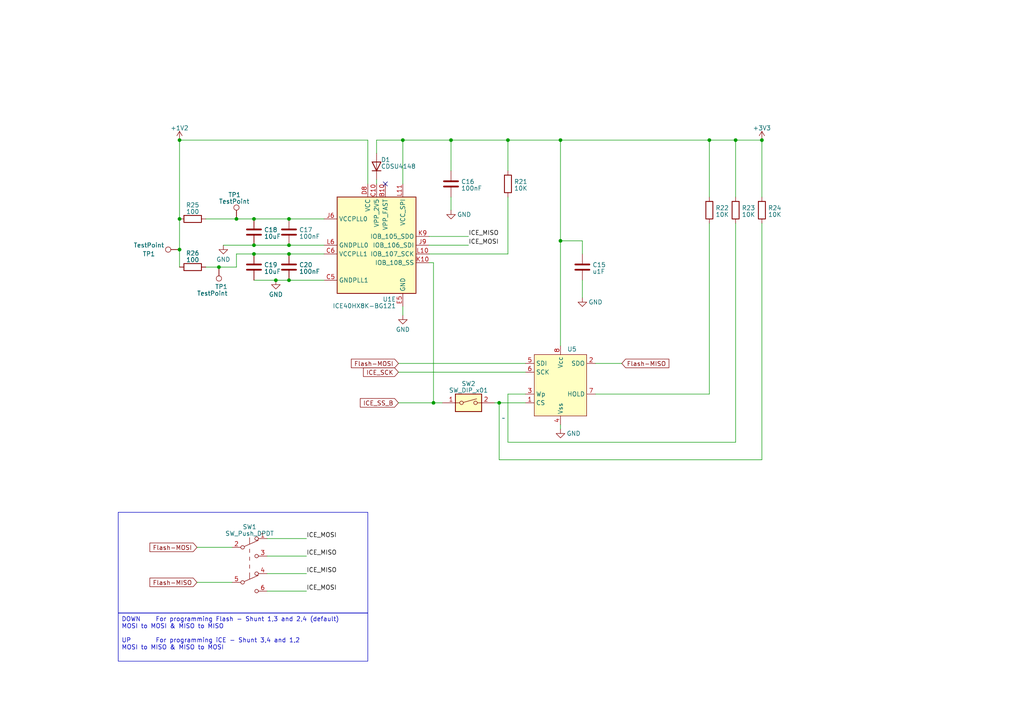
<source format=kicad_sch>
(kicad_sch (version 20230121) (generator eeschema)

  (uuid de984c47-a4b3-4404-8f6d-5958f9d846d6)

  (paper "A4")

  (title_block
    (date "2023-04-22")
    (rev "V0.1")
  )

  (lib_symbols
    (symbol "Connector:TestPoint" (pin_numbers hide) (pin_names (offset 0.762) hide) (in_bom yes) (on_board yes)
      (property "Reference" "TP" (at 0 6.858 0)
        (effects (font (size 1.27 1.27)))
      )
      (property "Value" "TestPoint" (at 0 5.08 0)
        (effects (font (size 1.27 1.27)))
      )
      (property "Footprint" "" (at 5.08 0 0)
        (effects (font (size 1.27 1.27)) hide)
      )
      (property "Datasheet" "~" (at 5.08 0 0)
        (effects (font (size 1.27 1.27)) hide)
      )
      (property "ki_keywords" "test point tp" (at 0 0 0)
        (effects (font (size 1.27 1.27)) hide)
      )
      (property "ki_description" "test point" (at 0 0 0)
        (effects (font (size 1.27 1.27)) hide)
      )
      (property "ki_fp_filters" "Pin* Test*" (at 0 0 0)
        (effects (font (size 1.27 1.27)) hide)
      )
      (symbol "TestPoint_0_1"
        (circle (center 0 3.302) (radius 0.762)
          (stroke (width 0) (type default))
          (fill (type none))
        )
      )
      (symbol "TestPoint_1_1"
        (pin passive line (at 0 0 90) (length 2.54)
          (name "1" (effects (font (size 1.27 1.27))))
          (number "1" (effects (font (size 1.27 1.27))))
        )
      )
    )
    (symbol "Device:C" (pin_numbers hide) (pin_names (offset 0.254)) (in_bom yes) (on_board yes)
      (property "Reference" "C" (at 0.635 2.54 0)
        (effects (font (size 1.27 1.27)) (justify left))
      )
      (property "Value" "C" (at 0.635 -2.54 0)
        (effects (font (size 1.27 1.27)) (justify left))
      )
      (property "Footprint" "" (at 0.9652 -3.81 0)
        (effects (font (size 1.27 1.27)) hide)
      )
      (property "Datasheet" "~" (at 0 0 0)
        (effects (font (size 1.27 1.27)) hide)
      )
      (property "ki_keywords" "cap capacitor" (at 0 0 0)
        (effects (font (size 1.27 1.27)) hide)
      )
      (property "ki_description" "Unpolarized capacitor" (at 0 0 0)
        (effects (font (size 1.27 1.27)) hide)
      )
      (property "ki_fp_filters" "C_*" (at 0 0 0)
        (effects (font (size 1.27 1.27)) hide)
      )
      (symbol "C_0_1"
        (polyline
          (pts
            (xy -2.032 -0.762)
            (xy 2.032 -0.762)
          )
          (stroke (width 0.508) (type default))
          (fill (type none))
        )
        (polyline
          (pts
            (xy -2.032 0.762)
            (xy 2.032 0.762)
          )
          (stroke (width 0.508) (type default))
          (fill (type none))
        )
      )
      (symbol "C_1_1"
        (pin passive line (at 0 3.81 270) (length 2.794)
          (name "~" (effects (font (size 1.27 1.27))))
          (number "1" (effects (font (size 1.27 1.27))))
        )
        (pin passive line (at 0 -3.81 90) (length 2.794)
          (name "~" (effects (font (size 1.27 1.27))))
          (number "2" (effects (font (size 1.27 1.27))))
        )
      )
    )
    (symbol "Device:R" (pin_numbers hide) (pin_names (offset 0)) (in_bom yes) (on_board yes)
      (property "Reference" "R" (at 2.032 0 90)
        (effects (font (size 1.27 1.27)))
      )
      (property "Value" "R" (at 0 0 90)
        (effects (font (size 1.27 1.27)))
      )
      (property "Footprint" "" (at -1.778 0 90)
        (effects (font (size 1.27 1.27)) hide)
      )
      (property "Datasheet" "~" (at 0 0 0)
        (effects (font (size 1.27 1.27)) hide)
      )
      (property "ki_keywords" "R res resistor" (at 0 0 0)
        (effects (font (size 1.27 1.27)) hide)
      )
      (property "ki_description" "Resistor" (at 0 0 0)
        (effects (font (size 1.27 1.27)) hide)
      )
      (property "ki_fp_filters" "R_*" (at 0 0 0)
        (effects (font (size 1.27 1.27)) hide)
      )
      (symbol "R_0_1"
        (rectangle (start -1.016 -2.54) (end 1.016 2.54)
          (stroke (width 0.254) (type default))
          (fill (type none))
        )
      )
      (symbol "R_1_1"
        (pin passive line (at 0 3.81 270) (length 1.27)
          (name "~" (effects (font (size 1.27 1.27))))
          (number "1" (effects (font (size 1.27 1.27))))
        )
        (pin passive line (at 0 -3.81 90) (length 1.27)
          (name "~" (effects (font (size 1.27 1.27))))
          (number "2" (effects (font (size 1.27 1.27))))
        )
      )
    )
    (symbol "Diode:CD4148W" (pin_numbers hide) (pin_names hide) (in_bom yes) (on_board yes)
      (property "Reference" "D" (at 0 2.54 0)
        (effects (font (size 1.27 1.27)))
      )
      (property "Value" "CD4148W" (at 0 -2.54 0)
        (effects (font (size 1.27 1.27)))
      )
      (property "Footprint" "Diode_SMD:D_0805_2012Metric" (at 0 -5.08 0)
        (effects (font (size 1.27 1.27)) hide)
      )
      (property "Datasheet" "https://www.dccomponents.com/upload/product/original/623524775088.pdf" (at 0 0 0)
        (effects (font (size 1.27 1.27)) hide)
      )
      (property "Sim.Device" "D" (at 0 0 0)
        (effects (font (size 1.27 1.27)) hide)
      )
      (property "Sim.Pins" "1=K 2=A" (at 0 0 0)
        (effects (font (size 1.27 1.27)) hide)
      )
      (property "ki_keywords" "diode" (at 0 0 0)
        (effects (font (size 1.27 1.27)) hide)
      )
      (property "ki_description" "75V 0.15A Switching Diode, 0805" (at 0 0 0)
        (effects (font (size 1.27 1.27)) hide)
      )
      (property "ki_fp_filters" "D*0805*" (at 0 0 0)
        (effects (font (size 1.27 1.27)) hide)
      )
      (symbol "CD4148W_0_1"
        (polyline
          (pts
            (xy -1.27 1.27)
            (xy -1.27 -1.27)
          )
          (stroke (width 0.254) (type default))
          (fill (type none))
        )
        (polyline
          (pts
            (xy 1.27 0)
            (xy -1.27 0)
          )
          (stroke (width 0) (type default))
          (fill (type none))
        )
        (polyline
          (pts
            (xy 1.27 1.27)
            (xy 1.27 -1.27)
            (xy -1.27 0)
            (xy 1.27 1.27)
          )
          (stroke (width 0.254) (type default))
          (fill (type none))
        )
      )
      (symbol "CD4148W_1_1"
        (pin passive line (at -3.81 0 0) (length 2.54)
          (name "K" (effects (font (size 1.27 1.27))))
          (number "1" (effects (font (size 1.27 1.27))))
        )
        (pin passive line (at 3.81 0 180) (length 2.54)
          (name "A" (effects (font (size 1.27 1.27))))
          (number "2" (effects (font (size 1.27 1.27))))
        )
      )
    )
    (symbol "FPGA_Lattice:ICE40HX8K-BG121" (in_bom yes) (on_board yes)
      (property "Reference" "U" (at 2.54 44.45 0)
        (effects (font (size 1.27 1.27)))
      )
      (property "Value" "ICE40HX8K-BG121" (at 10.16 41.91 0)
        (effects (font (size 1.27 1.27)))
      )
      (property "Footprint" "Package_BGA:BGA-121_9.0x9.0mm_Layout11x11_P0.8mm_Ball0.4mm_Pad0.35mm_NSMD" (at 0 -36.83 0)
        (effects (font (size 1.27 1.27)) hide)
      )
      (property "Datasheet" "http://www.latticesemi.com/Products/FPGAandCPLD/iCE40" (at -21.59 25.4 0)
        (effects (font (size 1.27 1.27)) hide)
      )
      (property "ki_locked" "" (at 0 0 0)
        (effects (font (size 1.27 1.27)))
      )
      (property "ki_keywords" "FPGA programmable logic" (at 0 0 0)
        (effects (font (size 1.27 1.27)) hide)
      )
      (property "ki_description" "iCE40 HX FPGA, 7680 LUTs, 1.2V, BGA-121" (at 0 0 0)
        (effects (font (size 1.27 1.27)) hide)
      )
      (property "ki_fp_filters" "BGA*9.0x9.0mm*Layout11x11*P0.8mm*Ball0.4mm*" (at 0 0 0)
        (effects (font (size 1.27 1.27)) hide)
      )
      (symbol "ICE40HX8K-BG121_1_1"
        (rectangle (start -8.89 31.75) (end 8.89 -38.1)
          (stroke (width 0.254) (type default))
          (fill (type background))
        )
        (pin bidirectional line (at -12.7 -35.56 0) (length 3.81)
          (name "IOT_225" (effects (font (size 1.27 1.27))))
          (number "A1" (effects (font (size 1.27 1.27))))
        )
        (pin bidirectional line (at -12.7 17.78 0) (length 3.81)
          (name "IOT_170" (effects (font (size 1.27 1.27))))
          (number "A10" (effects (font (size 1.27 1.27))))
        )
        (pin bidirectional line (at -12.7 20.32 0) (length 3.81)
          (name "IOT_168" (effects (font (size 1.27 1.27))))
          (number "A11" (effects (font (size 1.27 1.27))))
        )
        (pin bidirectional line (at -12.7 -30.48 0) (length 3.81)
          (name "IOT_222" (effects (font (size 1.27 1.27))))
          (number "A2" (effects (font (size 1.27 1.27))))
        )
        (pin bidirectional line (at -12.7 -33.02 0) (length 3.81)
          (name "IOT_223" (effects (font (size 1.27 1.27))))
          (number "A3" (effects (font (size 1.27 1.27))))
        )
        (pin bidirectional line (at -12.7 -20.32 0) (length 3.81)
          (name "IOT_211" (effects (font (size 1.27 1.27))))
          (number "A4" (effects (font (size 1.27 1.27))))
        )
        (pin bidirectional line (at -12.7 -15.24 0) (length 3.81)
          (name "IOT_207" (effects (font (size 1.27 1.27))))
          (number "A5" (effects (font (size 1.27 1.27))))
        )
        (pin bidirectional line (at -12.7 -12.7 0) (length 3.81)
          (name "IOT_206" (effects (font (size 1.27 1.27))))
          (number "A6" (effects (font (size 1.27 1.27))))
        )
        (pin bidirectional line (at -12.7 -5.08 0) (length 3.81)
          (name "IOT_192" (effects (font (size 1.27 1.27))))
          (number "A7" (effects (font (size 1.27 1.27))))
        )
        (pin bidirectional line (at -12.7 0 0) (length 3.81)
          (name "IOT_190" (effects (font (size 1.27 1.27))))
          (number "A8" (effects (font (size 1.27 1.27))))
        )
        (pin bidirectional line (at -12.7 7.62 0) (length 3.81)
          (name "IOT_178" (effects (font (size 1.27 1.27))))
          (number "A9" (effects (font (size 1.27 1.27))))
        )
        (pin bidirectional line (at -12.7 -27.94 0) (length 3.81)
          (name "IOT_221" (effects (font (size 1.27 1.27))))
          (number "B3" (effects (font (size 1.27 1.27))))
        )
        (pin bidirectional line (at -12.7 -25.4 0) (length 3.81)
          (name "IOT_219" (effects (font (size 1.27 1.27))))
          (number "B4" (effects (font (size 1.27 1.27))))
        )
        (pin bidirectional line (at -12.7 -17.78 0) (length 3.81)
          (name "IOT_208" (effects (font (size 1.27 1.27))))
          (number "B5" (effects (font (size 1.27 1.27))))
        )
        (pin bidirectional line (at -12.7 -10.16 0) (length 3.81)
          (name "IOT_198_GBIN0" (effects (font (size 1.27 1.27))))
          (number "B6" (effects (font (size 1.27 1.27))))
        )
        (pin bidirectional line (at -12.7 -7.62 0) (length 3.81)
          (name "IOT_197_GBIN1" (effects (font (size 1.27 1.27))))
          (number "B7" (effects (font (size 1.27 1.27))))
        )
        (pin bidirectional line (at -12.7 10.16 0) (length 3.81)
          (name "IOT_177" (effects (font (size 1.27 1.27))))
          (number "B8" (effects (font (size 1.27 1.27))))
        )
        (pin bidirectional line (at -12.7 12.7 0) (length 3.81)
          (name "IOT_174" (effects (font (size 1.27 1.27))))
          (number "B9" (effects (font (size 1.27 1.27))))
        )
        (pin bidirectional line (at -12.7 -2.54 0) (length 3.81)
          (name "IOT_191" (effects (font (size 1.27 1.27))))
          (number "C7" (effects (font (size 1.27 1.27))))
        )
        (pin bidirectional line (at -12.7 5.08 0) (length 3.81)
          (name "IOT_179" (effects (font (size 1.27 1.27))))
          (number "C8" (effects (font (size 1.27 1.27))))
        )
        (pin bidirectional line (at -12.7 15.24 0) (length 3.81)
          (name "IOT_172" (effects (font (size 1.27 1.27))))
          (number "C9" (effects (font (size 1.27 1.27))))
        )
        (pin bidirectional line (at -12.7 -22.86 0) (length 3.81)
          (name "IOT_212" (effects (font (size 1.27 1.27))))
          (number "D5" (effects (font (size 1.27 1.27))))
        )
        (pin power_in line (at 0 35.56 270) (length 3.81)
          (name "VCCIO_0" (effects (font (size 1.27 1.27))))
          (number "D6" (effects (font (size 1.27 1.27))))
        )
        (pin bidirectional line (at -12.7 2.54 0) (length 3.81)
          (name "IOT_181" (effects (font (size 1.27 1.27))))
          (number "D7" (effects (font (size 1.27 1.27))))
        )
      )
      (symbol "ICE40HX8K-BG121_2_1"
        (rectangle (start -8.89 31.75) (end 8.89 -33.02)
          (stroke (width 0.254) (type default))
          (fill (type background))
        )
        (pin bidirectional line (at -12.7 -30.48 0) (length 3.81)
          (name "IOR_161" (effects (font (size 1.27 1.27))))
          (number "B11" (effects (font (size 1.27 1.27))))
        )
        (pin bidirectional line (at -12.7 -27.94 0) (length 3.81)
          (name "IOR_160" (effects (font (size 1.27 1.27))))
          (number "C11" (effects (font (size 1.27 1.27))))
        )
        (pin bidirectional line (at -12.7 -25.4 0) (length 3.81)
          (name "IOR_154" (effects (font (size 1.27 1.27))))
          (number "D10" (effects (font (size 1.27 1.27))))
        )
        (pin bidirectional line (at -12.7 -22.86 0) (length 3.81)
          (name "IOR_152" (effects (font (size 1.27 1.27))))
          (number "D11" (effects (font (size 1.27 1.27))))
        )
        (pin bidirectional line (at -12.7 -17.78 0) (length 3.81)
          (name "IOR_147" (effects (font (size 1.27 1.27))))
          (number "D9" (effects (font (size 1.27 1.27))))
        )
        (pin bidirectional line (at -12.7 -10.16 0) (length 3.81)
          (name "IOR_141_GBIN2" (effects (font (size 1.27 1.27))))
          (number "E10" (effects (font (size 1.27 1.27))))
        )
        (pin bidirectional line (at -12.7 -20.32 0) (length 3.81)
          (name "IOR_148" (effects (font (size 1.27 1.27))))
          (number "E11" (effects (font (size 1.27 1.27))))
        )
        (pin bidirectional line (at -12.7 -15.24 0) (length 3.81)
          (name "IOR_146" (effects (font (size 1.27 1.27))))
          (number "E8" (effects (font (size 1.27 1.27))))
        )
        (pin bidirectional line (at -12.7 -12.7 0) (length 3.81)
          (name "IOR_144" (effects (font (size 1.27 1.27))))
          (number "E9" (effects (font (size 1.27 1.27))))
        )
        (pin bidirectional line (at -12.7 -2.54 0) (length 3.81)
          (name "IOR_136" (effects (font (size 1.27 1.27))))
          (number "F10" (effects (font (size 1.27 1.27))))
        )
        (pin bidirectional line (at -12.7 -7.62 0) (length 3.81)
          (name "IOR_140_GBIN3" (effects (font (size 1.27 1.27))))
          (number "F11" (effects (font (size 1.27 1.27))))
        )
        (pin power_in line (at 0 35.56 270) (length 3.81)
          (name "VCCIO_1" (effects (font (size 1.27 1.27))))
          (number "F8" (effects (font (size 1.27 1.27))))
        )
        (pin bidirectional line (at -12.7 -5.08 0) (length 3.81)
          (name "IOR_137" (effects (font (size 1.27 1.27))))
          (number "F9" (effects (font (size 1.27 1.27))))
        )
        (pin bidirectional line (at -12.7 5.08 0) (length 3.81)
          (name "IOR_120" (effects (font (size 1.27 1.27))))
          (number "G10" (effects (font (size 1.27 1.27))))
        )
        (pin bidirectional line (at -12.7 0 0) (length 3.81)
          (name "IOR_129" (effects (font (size 1.27 1.27))))
          (number "G11" (effects (font (size 1.27 1.27))))
        )
        (pin bidirectional line (at -12.7 10.16 0) (length 3.81)
          (name "IOR_118" (effects (font (size 1.27 1.27))))
          (number "G8" (effects (font (size 1.27 1.27))))
        )
        (pin bidirectional line (at -12.7 2.54 0) (length 3.81)
          (name "IOR_128" (effects (font (size 1.27 1.27))))
          (number "G9" (effects (font (size 1.27 1.27))))
        )
        (pin bidirectional line (at -12.7 15.24 0) (length 3.81)
          (name "IOR_116" (effects (font (size 1.27 1.27))))
          (number "H10" (effects (font (size 1.27 1.27))))
        )
        (pin bidirectional line (at -12.7 7.62 0) (length 3.81)
          (name "IOR_119" (effects (font (size 1.27 1.27))))
          (number "H11" (effects (font (size 1.27 1.27))))
        )
        (pin bidirectional line (at -12.7 12.7 0) (length 3.81)
          (name "IOR_117" (effects (font (size 1.27 1.27))))
          (number "J10" (effects (font (size 1.27 1.27))))
        )
        (pin bidirectional line (at -12.7 20.32 0) (length 3.81)
          (name "IOR_114" (effects (font (size 1.27 1.27))))
          (number "J11" (effects (font (size 1.27 1.27))))
        )
        (pin bidirectional line (at -12.7 17.78 0) (length 3.81)
          (name "IOR_115" (effects (font (size 1.27 1.27))))
          (number "K11" (effects (font (size 1.27 1.27))))
        )
      )
      (symbol "ICE40HX8K-BG121_3_1"
        (rectangle (start -11.43 29.21) (end 11.43 -31.75)
          (stroke (width 0.254) (type default))
          (fill (type background))
        )
        (pin power_in line (at 0 33.02 270) (length 3.81)
          (name "VCCIO_2" (effects (font (size 1.27 1.27))))
          (number "H6" (effects (font (size 1.27 1.27))))
        )
        (pin bidirectional line (at -15.24 -15.24 0) (length 3.81)
          (name "IOB_87" (effects (font (size 1.27 1.27))))
          (number "H7" (effects (font (size 1.27 1.27))))
        )
        (pin bidirectional line (at -15.24 -27.94 0) (length 3.81)
          (name "IOB_104_CBSEL1" (effects (font (size 1.27 1.27))))
          (number "H9" (effects (font (size 1.27 1.27))))
        )
        (pin bidirectional line (at -15.24 15.24 0) (length 3.81)
          (name "IOB_57" (effects (font (size 1.27 1.27))))
          (number "J3" (effects (font (size 1.27 1.27))))
        )
        (pin bidirectional line (at -15.24 7.62 0) (length 3.81)
          (name "IOB_64" (effects (font (size 1.27 1.27))))
          (number "J4" (effects (font (size 1.27 1.27))))
        )
        (pin bidirectional line (at -15.24 -2.54 0) (length 3.81)
          (name "IOB_78" (effects (font (size 1.27 1.27))))
          (number "J5" (effects (font (size 1.27 1.27))))
        )
        (pin bidirectional line (at -15.24 -12.7 0) (length 3.81)
          (name "IOB_86" (effects (font (size 1.27 1.27))))
          (number "J7" (effects (font (size 1.27 1.27))))
        )
        (pin bidirectional line (at -15.24 -20.32 0) (length 3.81)
          (name "IOB_91" (effects (font (size 1.27 1.27))))
          (number "J8" (effects (font (size 1.27 1.27))))
        )
        (pin bidirectional line (at -15.24 10.16 0) (length 3.81)
          (name "IOB_63" (effects (font (size 1.27 1.27))))
          (number "K3" (effects (font (size 1.27 1.27))))
        )
        (pin bidirectional line (at -15.24 0 0) (length 3.81)
          (name "IOB_73" (effects (font (size 1.27 1.27))))
          (number "K4" (effects (font (size 1.27 1.27))))
        )
        (pin bidirectional line (at -15.24 -5.08 0) (length 3.81)
          (name "IOB_79" (effects (font (size 1.27 1.27))))
          (number "K5" (effects (font (size 1.27 1.27))))
        )
        (pin bidirectional line (at -15.24 -10.16 0) (length 3.81)
          (name "IOB_82_GBIN4" (effects (font (size 1.27 1.27))))
          (number "K6" (effects (font (size 1.27 1.27))))
        )
        (pin bidirectional line (at -15.24 -17.78 0) (length 3.81)
          (name "IOB_89" (effects (font (size 1.27 1.27))))
          (number "K7" (effects (font (size 1.27 1.27))))
        )
        (pin open_collector line (at 15.24 25.4 180) (length 3.81)
          (name "CDONE" (effects (font (size 1.27 1.27))))
          (number "K8" (effects (font (size 1.27 1.27))))
        )
        (pin bidirectional line (at -15.24 17.78 0) (length 3.81)
          (name "IOB_56" (effects (font (size 1.27 1.27))))
          (number "L1" (effects (font (size 1.27 1.27))))
        )
        (pin bidirectional line (at -15.24 12.7 0) (length 3.81)
          (name "IOB_61" (effects (font (size 1.27 1.27))))
          (number "L2" (effects (font (size 1.27 1.27))))
        )
        (pin bidirectional line (at -15.24 5.08 0) (length 3.81)
          (name "IOB_71" (effects (font (size 1.27 1.27))))
          (number "L3" (effects (font (size 1.27 1.27))))
        )
        (pin bidirectional line (at -15.24 2.54 0) (length 3.81)
          (name "IOB_72" (effects (font (size 1.27 1.27))))
          (number "L4" (effects (font (size 1.27 1.27))))
        )
        (pin bidirectional line (at -15.24 -7.62 0) (length 3.81)
          (name "IOB_81_GBIN5" (effects (font (size 1.27 1.27))))
          (number "L5" (effects (font (size 1.27 1.27))))
        )
        (pin bidirectional line (at -15.24 -22.86 0) (length 3.81)
          (name "IOB_94" (effects (font (size 1.27 1.27))))
          (number "L7" (effects (font (size 1.27 1.27))))
        )
        (pin bidirectional line (at -15.24 -25.4 0) (length 3.81)
          (name "IOB_103_CBSEL0" (effects (font (size 1.27 1.27))))
          (number "L8" (effects (font (size 1.27 1.27))))
        )
        (pin input line (at -15.24 25.4 0) (length 3.81)
          (name "~{CRESET}" (effects (font (size 1.27 1.27))))
          (number "L9" (effects (font (size 1.27 1.27))))
        )
      )
      (symbol "ICE40HX8K-BG121_4_1"
        (rectangle (start -8.89 39.37) (end 8.89 -39.37)
          (stroke (width 0.254) (type default))
          (fill (type background))
        )
        (pin bidirectional line (at -12.7 27.94 0) (length 3.81)
          (name "IOL_2A" (effects (font (size 1.27 1.27))))
          (number "B1" (effects (font (size 1.27 1.27))))
        )
        (pin bidirectional line (at -12.7 25.4 0) (length 3.81)
          (name "IOL_2B" (effects (font (size 1.27 1.27))))
          (number "B2" (effects (font (size 1.27 1.27))))
        )
        (pin bidirectional line (at -12.7 15.24 0) (length 3.81)
          (name "IOL_5B" (effects (font (size 1.27 1.27))))
          (number "C1" (effects (font (size 1.27 1.27))))
        )
        (pin bidirectional line (at -12.7 17.78 0) (length 3.81)
          (name "IOL_5A" (effects (font (size 1.27 1.27))))
          (number "C2" (effects (font (size 1.27 1.27))))
        )
        (pin bidirectional line (at -12.7 20.32 0) (length 3.81)
          (name "IOL_4B" (effects (font (size 1.27 1.27))))
          (number "C3" (effects (font (size 1.27 1.27))))
        )
        (pin bidirectional line (at -12.7 22.86 0) (length 3.81)
          (name "IOL_4A" (effects (font (size 1.27 1.27))))
          (number "C4" (effects (font (size 1.27 1.27))))
        )
        (pin bidirectional line (at -12.7 10.16 0) (length 3.81)
          (name "IOL_8B" (effects (font (size 1.27 1.27))))
          (number "D1" (effects (font (size 1.27 1.27))))
        )
        (pin bidirectional line (at -12.7 7.62 0) (length 3.81)
          (name "IOL_9A" (effects (font (size 1.27 1.27))))
          (number "D2" (effects (font (size 1.27 1.27))))
        )
        (pin bidirectional line (at -12.7 5.08 0) (length 3.81)
          (name "IOL_9B" (effects (font (size 1.27 1.27))))
          (number "D3" (effects (font (size 1.27 1.27))))
        )
        (pin bidirectional line (at -12.7 12.7 0) (length 3.81)
          (name "IOL_8A" (effects (font (size 1.27 1.27))))
          (number "E1" (effects (font (size 1.27 1.27))))
        )
        (pin bidirectional line (at -12.7 2.54 0) (length 3.81)
          (name "IOL_10A" (effects (font (size 1.27 1.27))))
          (number "E2" (effects (font (size 1.27 1.27))))
        )
        (pin bidirectional line (at -12.7 0 0) (length 3.81)
          (name "IOL_10B" (effects (font (size 1.27 1.27))))
          (number "E3" (effects (font (size 1.27 1.27))))
        )
        (pin power_in line (at 0 43.18 270) (length 3.81)
          (name "VCCIO_3" (effects (font (size 1.27 1.27))))
          (number "E4" (effects (font (size 1.27 1.27))))
        )
        (pin bidirectional line (at -12.7 -2.54 0) (length 3.81)
          (name "IOL_12A" (effects (font (size 1.27 1.27))))
          (number "F1" (effects (font (size 1.27 1.27))))
        )
        (pin bidirectional line (at -12.7 -5.08 0) (length 3.81)
          (name "IOL_12B" (effects (font (size 1.27 1.27))))
          (number "F2" (effects (font (size 1.27 1.27))))
        )
        (pin bidirectional line (at -12.7 -10.16 0) (length 3.81)
          (name "IOL_13B_GBIN7" (effects (font (size 1.27 1.27))))
          (number "F3" (effects (font (size 1.27 1.27))))
        )
        (pin bidirectional line (at -12.7 -7.62 0) (length 3.81)
          (name "IOL_13A" (effects (font (size 1.27 1.27))))
          (number "F4" (effects (font (size 1.27 1.27))))
        )
        (pin bidirectional line (at -12.7 -12.7 0) (length 3.81)
          (name "IOL_14A_GBIN6" (effects (font (size 1.27 1.27))))
          (number "G1" (effects (font (size 1.27 1.27))))
        )
        (pin bidirectional line (at -12.7 -15.24 0) (length 3.81)
          (name "IOL_14B" (effects (font (size 1.27 1.27))))
          (number "G2" (effects (font (size 1.27 1.27))))
        )
        (pin bidirectional line (at -12.7 -17.78 0) (length 3.81)
          (name "IOL_17A" (effects (font (size 1.27 1.27))))
          (number "G3" (effects (font (size 1.27 1.27))))
        )
        (pin passive line (at 0 43.18 270) (length 3.81) hide
          (name "VCCIO_3" (effects (font (size 1.27 1.27))))
          (number "G4" (effects (font (size 1.27 1.27))))
        )
        (pin bidirectional line (at -12.7 -22.86 0) (length 3.81)
          (name "IOL_18A" (effects (font (size 1.27 1.27))))
          (number "H1" (effects (font (size 1.27 1.27))))
        )
        (pin bidirectional line (at -12.7 -25.4 0) (length 3.81)
          (name "IOL_18B" (effects (font (size 1.27 1.27))))
          (number "H2" (effects (font (size 1.27 1.27))))
        )
        (pin bidirectional line (at -12.7 -20.32 0) (length 3.81)
          (name "IOL_17B" (effects (font (size 1.27 1.27))))
          (number "H3" (effects (font (size 1.27 1.27))))
        )
        (pin bidirectional line (at -12.7 -27.94 0) (length 3.81)
          (name "IOL_23A" (effects (font (size 1.27 1.27))))
          (number "J1" (effects (font (size 1.27 1.27))))
        )
        (pin bidirectional line (at -12.7 -35.56 0) (length 3.81)
          (name "IOL_25B" (effects (font (size 1.27 1.27))))
          (number "J2" (effects (font (size 1.27 1.27))))
        )
        (pin bidirectional line (at -12.7 -30.48 0) (length 3.81)
          (name "IOL_23B" (effects (font (size 1.27 1.27))))
          (number "K1" (effects (font (size 1.27 1.27))))
        )
        (pin bidirectional line (at -12.7 -33.02 0) (length 3.81)
          (name "IOL_25A" (effects (font (size 1.27 1.27))))
          (number "K2" (effects (font (size 1.27 1.27))))
        )
      )
      (symbol "ICE40HX8K-BG121_5_1"
        (rectangle (start -11.43 13.97) (end 11.43 -13.97)
          (stroke (width 0.254) (type default))
          (fill (type background))
        )
        (pin power_in line (at -2.54 17.78 270) (length 3.81)
          (name "VPP_FAST" (effects (font (size 1.27 1.27))))
          (number "B10" (effects (font (size 1.27 1.27))))
        )
        (pin power_in line (at 0 17.78 270) (length 3.81)
          (name "VPP_2V5" (effects (font (size 1.27 1.27))))
          (number "C10" (effects (font (size 1.27 1.27))))
        )
        (pin power_in line (at 15.24 -10.16 180) (length 3.81)
          (name "GNDPLL1" (effects (font (size 1.27 1.27))))
          (number "C5" (effects (font (size 1.27 1.27))))
        )
        (pin power_in line (at 15.24 -2.54 180) (length 3.81)
          (name "VCCPLL1" (effects (font (size 1.27 1.27))))
          (number "C6" (effects (font (size 1.27 1.27))))
        )
        (pin passive line (at 2.54 17.78 270) (length 3.81) hide
          (name "VCC" (effects (font (size 1.27 1.27))))
          (number "D4" (effects (font (size 1.27 1.27))))
        )
        (pin power_in line (at 2.54 17.78 270) (length 3.81)
          (name "VCC" (effects (font (size 1.27 1.27))))
          (number "D8" (effects (font (size 1.27 1.27))))
        )
        (pin power_in line (at -7.62 -17.78 90) (length 3.81)
          (name "GND" (effects (font (size 1.27 1.27))))
          (number "E5" (effects (font (size 1.27 1.27))))
        )
        (pin passive line (at -7.62 -17.78 90) (length 3.81) hide
          (name "GND" (effects (font (size 1.27 1.27))))
          (number "E6" (effects (font (size 1.27 1.27))))
        )
        (pin passive line (at -7.62 -17.78 90) (length 3.81) hide
          (name "GND" (effects (font (size 1.27 1.27))))
          (number "E7" (effects (font (size 1.27 1.27))))
        )
        (pin passive line (at -7.62 -17.78 90) (length 3.81) hide
          (name "GND" (effects (font (size 1.27 1.27))))
          (number "F5" (effects (font (size 1.27 1.27))))
        )
        (pin passive line (at -7.62 -17.78 90) (length 3.81) hide
          (name "GND" (effects (font (size 1.27 1.27))))
          (number "F6" (effects (font (size 1.27 1.27))))
        )
        (pin passive line (at -7.62 -17.78 90) (length 3.81) hide
          (name "GND" (effects (font (size 1.27 1.27))))
          (number "F7" (effects (font (size 1.27 1.27))))
        )
        (pin passive line (at -7.62 -17.78 90) (length 3.81) hide
          (name "GND" (effects (font (size 1.27 1.27))))
          (number "G5" (effects (font (size 1.27 1.27))))
        )
        (pin passive line (at -7.62 -17.78 90) (length 3.81) hide
          (name "GND" (effects (font (size 1.27 1.27))))
          (number "G6" (effects (font (size 1.27 1.27))))
        )
        (pin passive line (at -7.62 -17.78 90) (length 3.81) hide
          (name "GND" (effects (font (size 1.27 1.27))))
          (number "G7" (effects (font (size 1.27 1.27))))
        )
        (pin passive line (at 2.54 17.78 270) (length 3.81) hide
          (name "VCC" (effects (font (size 1.27 1.27))))
          (number "H4" (effects (font (size 1.27 1.27))))
        )
        (pin passive line (at -7.62 -17.78 90) (length 3.81) hide
          (name "GND" (effects (font (size 1.27 1.27))))
          (number "H5" (effects (font (size 1.27 1.27))))
        )
        (pin passive line (at 2.54 17.78 270) (length 3.81) hide
          (name "VCC" (effects (font (size 1.27 1.27))))
          (number "H8" (effects (font (size 1.27 1.27))))
        )
        (pin power_in line (at 15.24 7.62 180) (length 3.81)
          (name "VCCPLL0" (effects (font (size 1.27 1.27))))
          (number "J6" (effects (font (size 1.27 1.27))))
        )
        (pin bidirectional line (at -15.24 0 0) (length 3.81)
          (name "IOB_106_SDI" (effects (font (size 1.27 1.27))))
          (number "J9" (effects (font (size 1.27 1.27))))
        )
        (pin bidirectional line (at -15.24 -5.08 0) (length 3.81)
          (name "IOB_108_SS" (effects (font (size 1.27 1.27))))
          (number "K10" (effects (font (size 1.27 1.27))))
        )
        (pin bidirectional line (at -15.24 2.54 0) (length 3.81)
          (name "IOB_105_SDO" (effects (font (size 1.27 1.27))))
          (number "K9" (effects (font (size 1.27 1.27))))
        )
        (pin bidirectional line (at -15.24 -2.54 0) (length 3.81)
          (name "IOB_107_SCK" (effects (font (size 1.27 1.27))))
          (number "L10" (effects (font (size 1.27 1.27))))
        )
        (pin power_in line (at -7.62 17.78 270) (length 3.81)
          (name "VCC_SPI" (effects (font (size 1.27 1.27))))
          (number "L11" (effects (font (size 1.27 1.27))))
        )
        (pin power_in line (at 15.24 0 180) (length 3.81)
          (name "GNDPLL0" (effects (font (size 1.27 1.27))))
          (number "L6" (effects (font (size 1.27 1.27))))
        )
      )
    )
    (symbol "Switch:SW_DIP_x01" (pin_names (offset 0) hide) (in_bom yes) (on_board yes)
      (property "Reference" "SW" (at 0 3.81 0)
        (effects (font (size 1.27 1.27)))
      )
      (property "Value" "SW_DIP_x01" (at 0 -3.81 0)
        (effects (font (size 1.27 1.27)))
      )
      (property "Footprint" "" (at 0 0 0)
        (effects (font (size 1.27 1.27)) hide)
      )
      (property "Datasheet" "~" (at 0 0 0)
        (effects (font (size 1.27 1.27)) hide)
      )
      (property "ki_keywords" "dip switch" (at 0 0 0)
        (effects (font (size 1.27 1.27)) hide)
      )
      (property "ki_description" "1x DIP Switch, Single Pole Single Throw (SPST) switch, small symbol" (at 0 0 0)
        (effects (font (size 1.27 1.27)) hide)
      )
      (property "ki_fp_filters" "SW?DIP?x1*" (at 0 0 0)
        (effects (font (size 1.27 1.27)) hide)
      )
      (symbol "SW_DIP_x01_0_0"
        (circle (center -2.032 0) (radius 0.508)
          (stroke (width 0) (type default))
          (fill (type none))
        )
        (polyline
          (pts
            (xy -1.524 0.127)
            (xy 2.3622 1.1684)
          )
          (stroke (width 0) (type default))
          (fill (type none))
        )
        (circle (center 2.032 0) (radius 0.508)
          (stroke (width 0) (type default))
          (fill (type none))
        )
      )
      (symbol "SW_DIP_x01_0_1"
        (rectangle (start -3.81 2.54) (end 3.81 -2.54)
          (stroke (width 0.254) (type default))
          (fill (type background))
        )
      )
      (symbol "SW_DIP_x01_1_1"
        (pin passive line (at -7.62 0 0) (length 5.08)
          (name "~" (effects (font (size 1.27 1.27))))
          (number "1" (effects (font (size 1.27 1.27))))
        )
        (pin passive line (at 7.62 0 180) (length 5.08)
          (name "~" (effects (font (size 1.27 1.27))))
          (number "2" (effects (font (size 1.27 1.27))))
        )
      )
    )
    (symbol "Switch:SW_Push_DPDT" (pin_names (offset 0) hide) (in_bom yes) (on_board yes)
      (property "Reference" "SW" (at 0 8.89 0)
        (effects (font (size 1.27 1.27)))
      )
      (property "Value" "SW_Push_DPDT" (at 0 -10.16 0)
        (effects (font (size 1.27 1.27)))
      )
      (property "Footprint" "" (at 0 5.08 0)
        (effects (font (size 1.27 1.27)) hide)
      )
      (property "Datasheet" "~" (at 0 5.08 0)
        (effects (font (size 1.27 1.27)) hide)
      )
      (property "ki_keywords" "switch dual-pole double-throw spdt ON-ON" (at 0 0 0)
        (effects (font (size 1.27 1.27)) hide)
      )
      (property "ki_description" "Momentary Switch, dual pole double throw" (at 0 0 0)
        (effects (font (size 1.27 1.27)) hide)
      )
      (symbol "SW_Push_DPDT_0_0"
        (circle (center -2.032 -5.08) (radius 0.508)
          (stroke (width 0) (type default))
          (fill (type none))
        )
        (circle (center -2.032 5.08) (radius 0.508)
          (stroke (width 0) (type default))
          (fill (type none))
        )
        (circle (center 2.032 -7.62) (radius 0.508)
          (stroke (width 0) (type default))
          (fill (type none))
        )
        (circle (center 2.032 2.54) (radius 0.508)
          (stroke (width 0) (type default))
          (fill (type none))
        )
      )
      (symbol "SW_Push_DPDT_0_1"
        (polyline
          (pts
            (xy -1.524 -4.826)
            (xy 2.54 -3.048)
          )
          (stroke (width 0) (type default))
          (fill (type none))
        )
        (polyline
          (pts
            (xy -1.524 5.334)
            (xy 2.54 7.112)
          )
          (stroke (width 0) (type default))
          (fill (type none))
        )
        (polyline
          (pts
            (xy 0 -2.286)
            (xy 0 -4.064)
          )
          (stroke (width 0) (type default))
          (fill (type none))
        )
        (polyline
          (pts
            (xy 0 -1.016)
            (xy 0 0)
          )
          (stroke (width 0) (type default))
          (fill (type none))
        )
        (polyline
          (pts
            (xy 0 1.27)
            (xy 0 2.286)
          )
          (stroke (width 0) (type default))
          (fill (type none))
        )
        (polyline
          (pts
            (xy 0 3.556)
            (xy 0 4.572)
          )
          (stroke (width 0) (type default))
          (fill (type none))
        )
        (polyline
          (pts
            (xy 0 7.874)
            (xy 0 6.096)
          )
          (stroke (width 0) (type default))
          (fill (type none))
        )
        (circle (center 2.032 -2.54) (radius 0.508)
          (stroke (width 0) (type default))
          (fill (type none))
        )
        (circle (center 2.032 7.62) (radius 0.508)
          (stroke (width 0) (type default))
          (fill (type none))
        )
      )
      (symbol "SW_Push_DPDT_1_1"
        (pin passive line (at 5.08 7.62 180) (length 2.54)
          (name "A" (effects (font (size 1.27 1.27))))
          (number "1" (effects (font (size 1.27 1.27))))
        )
        (pin passive line (at -5.08 5.08 0) (length 2.54)
          (name "B" (effects (font (size 1.27 1.27))))
          (number "2" (effects (font (size 1.27 1.27))))
        )
        (pin passive line (at 5.08 2.54 180) (length 2.54)
          (name "C" (effects (font (size 1.27 1.27))))
          (number "3" (effects (font (size 1.27 1.27))))
        )
        (pin passive line (at 5.08 -2.54 180) (length 2.54)
          (name "A" (effects (font (size 1.27 1.27))))
          (number "4" (effects (font (size 1.27 1.27))))
        )
        (pin passive line (at -5.08 -5.08 0) (length 2.54)
          (name "B" (effects (font (size 1.27 1.27))))
          (number "5" (effects (font (size 1.27 1.27))))
        )
        (pin passive line (at 5.08 -7.62 180) (length 2.54)
          (name "C" (effects (font (size 1.27 1.27))))
          (number "6" (effects (font (size 1.27 1.27))))
        )
      )
    )
    (symbol "UFO_PARTS:N25Q032A13ESC40F" (in_bom yes) (on_board yes)
      (property "Reference" "U" (at 6.35 -16.51 0)
        (effects (font (size 1.27 1.27)))
      )
      (property "Value" "" (at -16.51 -15.875 0)
        (effects (font (size 1.27 1.27)))
      )
      (property "Footprint" "" (at -16.51 -15.875 0)
        (effects (font (size 1.27 1.27)) hide)
      )
      (property "Datasheet" "" (at -16.51 -15.875 0)
        (effects (font (size 1.27 1.27)) hide)
      )
      (symbol "N25Q032A13ESC40F_0_0"
        (pin passive line (at 0 -17.78 90) (length 2.54)
          (name "Vss" (effects (font (size 1.27 1.27))))
          (number "4" (effects (font (size 1.27 1.27))))
        )
        (pin power_in line (at 0 5.08 270) (length 2.54)
          (name "Vcc" (effects (font (size 1.27 1.27))))
          (number "8" (effects (font (size 1.27 1.27))))
        )
      )
      (symbol "N25Q032A13ESC40F_1_0"
        (pin input line (at -10.16 -11.43 0) (length 2.54)
          (name "CS" (effects (font (size 1.27 1.27))))
          (number "1" (effects (font (size 1.27 1.27))))
        )
        (pin passive line (at 10.16 0 180) (length 2.54)
          (name "SDO" (effects (font (size 1.27 1.27))))
          (number "2" (effects (font (size 1.27 1.27))))
        )
        (pin passive line (at -10.16 -8.89 0) (length 2.54)
          (name "Wp" (effects (font (size 1.27 1.27))))
          (number "3" (effects (font (size 1.27 1.27))))
        )
        (pin passive line (at -10.16 0 0) (length 2.54)
          (name "SDI" (effects (font (size 1.27 1.27))))
          (number "5" (effects (font (size 1.27 1.27))))
        )
        (pin input line (at -10.16 -2.54 0) (length 2.54)
          (name "SCK" (effects (font (size 1.27 1.27))))
          (number "6" (effects (font (size 1.27 1.27))))
        )
        (pin passive line (at 10.16 -8.89 180) (length 2.54)
          (name "HOLD" (effects (font (size 1.27 1.27))))
          (number "7" (effects (font (size 1.27 1.27))))
        )
      )
      (symbol "N25Q032A13ESC40F_1_1"
        (rectangle (start -7.62 2.54) (end 7.62 -15.24)
          (stroke (width 0) (type default))
          (fill (type background))
        )
      )
    )
    (symbol "power:+1V2" (power) (pin_names (offset 0)) (in_bom yes) (on_board yes)
      (property "Reference" "#PWR" (at 0 -3.81 0)
        (effects (font (size 1.27 1.27)) hide)
      )
      (property "Value" "+1V2" (at 0 3.556 0)
        (effects (font (size 1.27 1.27)))
      )
      (property "Footprint" "" (at 0 0 0)
        (effects (font (size 1.27 1.27)) hide)
      )
      (property "Datasheet" "" (at 0 0 0)
        (effects (font (size 1.27 1.27)) hide)
      )
      (property "ki_keywords" "global power" (at 0 0 0)
        (effects (font (size 1.27 1.27)) hide)
      )
      (property "ki_description" "Power symbol creates a global label with name \"+1V2\"" (at 0 0 0)
        (effects (font (size 1.27 1.27)) hide)
      )
      (symbol "+1V2_0_1"
        (polyline
          (pts
            (xy -0.762 1.27)
            (xy 0 2.54)
          )
          (stroke (width 0) (type default))
          (fill (type none))
        )
        (polyline
          (pts
            (xy 0 0)
            (xy 0 2.54)
          )
          (stroke (width 0) (type default))
          (fill (type none))
        )
        (polyline
          (pts
            (xy 0 2.54)
            (xy 0.762 1.27)
          )
          (stroke (width 0) (type default))
          (fill (type none))
        )
      )
      (symbol "+1V2_1_1"
        (pin power_in line (at 0 0 90) (length 0) hide
          (name "+1V2" (effects (font (size 1.27 1.27))))
          (number "1" (effects (font (size 1.27 1.27))))
        )
      )
    )
    (symbol "power:+3V3" (power) (pin_names (offset 0)) (in_bom yes) (on_board yes)
      (property "Reference" "#PWR" (at 0 -3.81 0)
        (effects (font (size 1.27 1.27)) hide)
      )
      (property "Value" "+3V3" (at 0 3.556 0)
        (effects (font (size 1.27 1.27)))
      )
      (property "Footprint" "" (at 0 0 0)
        (effects (font (size 1.27 1.27)) hide)
      )
      (property "Datasheet" "" (at 0 0 0)
        (effects (font (size 1.27 1.27)) hide)
      )
      (property "ki_keywords" "global power" (at 0 0 0)
        (effects (font (size 1.27 1.27)) hide)
      )
      (property "ki_description" "Power symbol creates a global label with name \"+3V3\"" (at 0 0 0)
        (effects (font (size 1.27 1.27)) hide)
      )
      (symbol "+3V3_0_1"
        (polyline
          (pts
            (xy -0.762 1.27)
            (xy 0 2.54)
          )
          (stroke (width 0) (type default))
          (fill (type none))
        )
        (polyline
          (pts
            (xy 0 0)
            (xy 0 2.54)
          )
          (stroke (width 0) (type default))
          (fill (type none))
        )
        (polyline
          (pts
            (xy 0 2.54)
            (xy 0.762 1.27)
          )
          (stroke (width 0) (type default))
          (fill (type none))
        )
      )
      (symbol "+3V3_1_1"
        (pin power_in line (at 0 0 90) (length 0) hide
          (name "+3V3" (effects (font (size 1.27 1.27))))
          (number "1" (effects (font (size 1.27 1.27))))
        )
      )
    )
    (symbol "power:GND" (power) (pin_names (offset 0)) (in_bom yes) (on_board yes)
      (property "Reference" "#PWR" (at 0 -6.35 0)
        (effects (font (size 1.27 1.27)) hide)
      )
      (property "Value" "GND" (at 0 -3.81 0)
        (effects (font (size 1.27 1.27)))
      )
      (property "Footprint" "" (at 0 0 0)
        (effects (font (size 1.27 1.27)) hide)
      )
      (property "Datasheet" "" (at 0 0 0)
        (effects (font (size 1.27 1.27)) hide)
      )
      (property "ki_keywords" "global power" (at 0 0 0)
        (effects (font (size 1.27 1.27)) hide)
      )
      (property "ki_description" "Power symbol creates a global label with name \"GND\" , ground" (at 0 0 0)
        (effects (font (size 1.27 1.27)) hide)
      )
      (symbol "GND_0_1"
        (polyline
          (pts
            (xy 0 0)
            (xy 0 -1.27)
            (xy 1.27 -1.27)
            (xy 0 -2.54)
            (xy -1.27 -1.27)
            (xy 0 -1.27)
          )
          (stroke (width 0) (type default))
          (fill (type none))
        )
      )
      (symbol "GND_1_1"
        (pin power_in line (at 0 0 270) (length 0) hide
          (name "GND" (effects (font (size 1.27 1.27))))
          (number "1" (effects (font (size 1.27 1.27))))
        )
      )
    )
  )

  (junction (at 125.73 116.84) (diameter 0) (color 0 0 0 0)
    (uuid 0866ef70-972f-4b9d-85d5-4426009790ef)
  )
  (junction (at 130.81 40.64) (diameter 0) (color 0 0 0 0)
    (uuid 10e7e848-7dc5-4fa8-b4c0-8630386236e2)
  )
  (junction (at 68.58 63.5) (diameter 0) (color 0 0 0 0)
    (uuid 171ab789-a0fe-4340-b74c-5538c7ae61b0)
  )
  (junction (at 83.82 81.28) (diameter 0) (color 0 0 0 0)
    (uuid 19d0c5ec-d361-48cc-b922-c2b8a88f0eed)
  )
  (junction (at 220.98 40.64) (diameter 0) (color 0 0 0 0)
    (uuid 25ffbef0-faaf-4533-9f45-e505c16a6282)
  )
  (junction (at 63.5 77.47) (diameter 0) (color 0 0 0 0)
    (uuid 2948a7d6-8999-4578-a543-17c571a47eca)
  )
  (junction (at 52.07 72.39) (diameter 0) (color 0 0 0 0)
    (uuid 351b78de-f3db-411a-b479-8dbb421b9ae5)
  )
  (junction (at 83.82 71.12) (diameter 0) (color 0 0 0 0)
    (uuid 42139ac8-a612-4c27-85f5-fba3959784d0)
  )
  (junction (at 73.66 71.12) (diameter 0) (color 0 0 0 0)
    (uuid 4c62736d-3351-4a6b-8862-bd52a2dab5ff)
  )
  (junction (at 80.01 81.28) (diameter 0) (color 0 0 0 0)
    (uuid 59d29b72-ac55-49cb-b427-fd577c67e793)
  )
  (junction (at 147.32 40.64) (diameter 0) (color 0 0 0 0)
    (uuid 6d771598-044d-464b-8f86-495bf60fb652)
  )
  (junction (at 73.66 73.66) (diameter 0) (color 0 0 0 0)
    (uuid 8599bd04-f172-4ef0-ac2c-6ce78f0725be)
  )
  (junction (at 52.07 63.5) (diameter 0) (color 0 0 0 0)
    (uuid 8e721073-fdf9-4b36-b5ab-6029a4e29383)
  )
  (junction (at 73.66 63.5) (diameter 0) (color 0 0 0 0)
    (uuid 8ee24c17-c1c3-485b-a586-f3de0ec3a393)
  )
  (junction (at 205.74 40.64) (diameter 0) (color 0 0 0 0)
    (uuid 992d6bb9-ef44-4c8c-963b-a6d997c89520)
  )
  (junction (at 83.82 63.5) (diameter 0) (color 0 0 0 0)
    (uuid 9c4f27ac-0bef-4759-9090-474032bea33f)
  )
  (junction (at 162.56 40.64) (diameter 0) (color 0 0 0 0)
    (uuid b5d35660-7795-4c24-b22a-7aeb48d9eb5b)
  )
  (junction (at 162.56 69.85) (diameter 0) (color 0 0 0 0)
    (uuid bb566fe0-f016-48df-bf8c-ff5c64aca9d1)
  )
  (junction (at 213.36 40.64) (diameter 0) (color 0 0 0 0)
    (uuid be8a2cd8-a601-409e-ab53-dc6019e92165)
  )
  (junction (at 144.78 116.84) (diameter 0) (color 0 0 0 0)
    (uuid cdc53610-8476-40c3-a78d-62565bc94f83)
  )
  (junction (at 83.82 73.66) (diameter 0) (color 0 0 0 0)
    (uuid e31d0cde-0e4a-42e4-b7a3-6387f608f279)
  )
  (junction (at 52.07 40.64) (diameter 0) (color 0 0 0 0)
    (uuid e566485e-8acb-44b1-8692-61c57fb9d536)
  )
  (junction (at 116.84 40.64) (diameter 0) (color 0 0 0 0)
    (uuid eeff460a-5387-4001-a59b-20b605c68d76)
  )

  (no_connect (at 111.76 53.34) (uuid 94ac4f6c-eb29-4efe-a207-18841c033bcd))

  (wire (pts (xy 205.74 114.3) (xy 172.72 114.3))
    (stroke (width 0) (type default))
    (uuid 04ba9199-66f6-41a4-875e-65b61e55e530)
  )
  (wire (pts (xy 205.74 40.64) (xy 213.36 40.64))
    (stroke (width 0) (type default))
    (uuid 04f15bde-7c09-40b3-9e02-dca1af0be20c)
  )
  (wire (pts (xy 220.98 40.64) (xy 220.98 57.15))
    (stroke (width 0) (type default))
    (uuid 05c6f65a-681c-488d-8b12-b8014da9ee51)
  )
  (wire (pts (xy 125.73 116.84) (xy 115.57 116.84))
    (stroke (width 0) (type default))
    (uuid 079df332-45d8-40b8-8e97-97782bebff34)
  )
  (wire (pts (xy 213.36 40.64) (xy 213.36 57.15))
    (stroke (width 0) (type default))
    (uuid 08f9f0a1-71db-4bed-a53c-b3055729071a)
  )
  (wire (pts (xy 83.82 81.28) (xy 93.98 81.28))
    (stroke (width 0) (type default))
    (uuid 09f89868-bf62-4b12-9386-1f7f8804481c)
  )
  (wire (pts (xy 205.74 40.64) (xy 205.74 57.15))
    (stroke (width 0) (type default))
    (uuid 0e31d1e4-70b1-45ac-b08c-2feb007f9b3c)
  )
  (wire (pts (xy 130.81 57.15) (xy 130.81 60.96))
    (stroke (width 0) (type default))
    (uuid 12e3b632-7564-481e-be3c-cb97f62d7a0c)
  )
  (wire (pts (xy 77.47 161.29) (xy 88.9 161.29))
    (stroke (width 0) (type default))
    (uuid 1b9cb30c-e3e4-42b9-8fcf-6c068301b70d)
  )
  (wire (pts (xy 109.22 44.45) (xy 109.22 40.64))
    (stroke (width 0) (type default))
    (uuid 1c228ca6-a395-48e6-ab4e-6f738c5a7a31)
  )
  (wire (pts (xy 162.56 40.64) (xy 205.74 40.64))
    (stroke (width 0) (type default))
    (uuid 1e0850d2-b472-45cf-b561-e0af7d9a49ab)
  )
  (wire (pts (xy 77.47 156.21) (xy 88.9 156.21))
    (stroke (width 0) (type default))
    (uuid 2923df8f-c183-4237-88bb-f526ad7984a8)
  )
  (wire (pts (xy 168.91 81.28) (xy 168.91 86.36))
    (stroke (width 0) (type default))
    (uuid 2a2f4de6-124f-418d-80c0-6d0ba7dc2479)
  )
  (wire (pts (xy 124.46 76.2) (xy 125.73 76.2))
    (stroke (width 0) (type default))
    (uuid 2aec9a5e-4ade-45dd-b0d0-0293679b11c1)
  )
  (wire (pts (xy 68.58 73.66) (xy 73.66 73.66))
    (stroke (width 0) (type default))
    (uuid 2c0e555c-ce0d-48f2-9fe2-aa394bb023dd)
  )
  (wire (pts (xy 57.15 158.75) (xy 67.31 158.75))
    (stroke (width 0) (type default))
    (uuid 2d246905-1b68-48eb-9805-92fd8f1d1b5d)
  )
  (wire (pts (xy 83.82 63.5) (xy 93.98 63.5))
    (stroke (width 0) (type default))
    (uuid 320571a3-9a56-49cc-a875-8ab2bab22fed)
  )
  (wire (pts (xy 213.36 40.64) (xy 220.98 40.64))
    (stroke (width 0) (type default))
    (uuid 33351461-735b-4a5d-ac2f-5893d7f2e69f)
  )
  (wire (pts (xy 124.46 73.66) (xy 147.32 73.66))
    (stroke (width 0) (type default))
    (uuid 37bd1748-a85f-4e83-88c2-c5ead9ada5ee)
  )
  (wire (pts (xy 144.78 116.84) (xy 152.4 116.84))
    (stroke (width 0) (type default))
    (uuid 3f5aee18-3576-424c-807c-13531371912b)
  )
  (wire (pts (xy 57.15 168.91) (xy 67.31 168.91))
    (stroke (width 0) (type default))
    (uuid 426fd655-2939-4eca-adf4-03c18df00769)
  )
  (wire (pts (xy 168.91 73.66) (xy 168.91 69.85))
    (stroke (width 0) (type default))
    (uuid 43a22c3d-e87f-4f04-b59e-bc4dddb3d34a)
  )
  (wire (pts (xy 205.74 64.77) (xy 205.74 114.3))
    (stroke (width 0) (type default))
    (uuid 44395da3-aff7-4fc5-bf72-bdeb644c9e13)
  )
  (wire (pts (xy 52.07 72.39) (xy 52.07 77.47))
    (stroke (width 0) (type default))
    (uuid 4466cf1a-479e-41fd-9a3f-85c0d695d42e)
  )
  (wire (pts (xy 115.57 107.95) (xy 152.4 107.95))
    (stroke (width 0) (type default))
    (uuid 47d410a5-d788-497d-9ddf-9a3e059a8510)
  )
  (wire (pts (xy 125.73 76.2) (xy 125.73 116.84))
    (stroke (width 0) (type default))
    (uuid 4d7d793f-1178-4d6c-bfd1-1dd07bd3222d)
  )
  (wire (pts (xy 162.56 69.85) (xy 162.56 100.33))
    (stroke (width 0) (type default))
    (uuid 51b4519f-1955-4da1-9fa6-5b13bc815e7d)
  )
  (wire (pts (xy 80.01 81.28) (xy 83.82 81.28))
    (stroke (width 0) (type default))
    (uuid 568d40e4-2753-4c67-a690-0cc05c63971c)
  )
  (wire (pts (xy 144.78 133.35) (xy 220.98 133.35))
    (stroke (width 0) (type default))
    (uuid 57ef0e22-b49d-440f-b0bb-302744852f3e)
  )
  (wire (pts (xy 147.32 128.27) (xy 147.32 114.3))
    (stroke (width 0) (type default))
    (uuid 5d31c8e5-136e-4762-a402-72c3d2daf520)
  )
  (wire (pts (xy 73.66 71.12) (xy 64.77 71.12))
    (stroke (width 0) (type default))
    (uuid 60b880de-94ce-4982-9f30-2d3cdf052997)
  )
  (wire (pts (xy 83.82 71.12) (xy 93.98 71.12))
    (stroke (width 0) (type default))
    (uuid 6261f5e9-e13e-41b6-95fd-87e1587ccf1c)
  )
  (wire (pts (xy 130.81 40.64) (xy 147.32 40.64))
    (stroke (width 0) (type default))
    (uuid 6bbc4f84-c1c1-433c-a3ea-ff7c375ed8bd)
  )
  (wire (pts (xy 168.91 69.85) (xy 162.56 69.85))
    (stroke (width 0) (type default))
    (uuid 7acdf00f-8913-4672-87a1-8ba713ff6866)
  )
  (wire (pts (xy 73.66 71.12) (xy 83.82 71.12))
    (stroke (width 0) (type default))
    (uuid 7c7e35b4-63f7-4aff-8ecb-e679b6cca98c)
  )
  (wire (pts (xy 147.32 114.3) (xy 152.4 114.3))
    (stroke (width 0) (type default))
    (uuid 81a9da5f-f705-40dc-a6ba-aea12085299f)
  )
  (wire (pts (xy 162.56 123.19) (xy 162.56 124.46))
    (stroke (width 0) (type default))
    (uuid 83fa7a84-c46a-4885-be5b-5ff1a35aea1f)
  )
  (wire (pts (xy 109.22 52.07) (xy 109.22 53.34))
    (stroke (width 0) (type default))
    (uuid 847e3d00-96f7-48d7-b2b0-849f05b89456)
  )
  (wire (pts (xy 73.66 63.5) (xy 83.82 63.5))
    (stroke (width 0) (type default))
    (uuid 89758f0e-1247-487c-8e16-a773b30441c7)
  )
  (wire (pts (xy 162.56 40.64) (xy 162.56 69.85))
    (stroke (width 0) (type default))
    (uuid 89ec1f37-326e-443e-b989-78dfa98c81cd)
  )
  (wire (pts (xy 128.27 116.84) (xy 125.73 116.84))
    (stroke (width 0) (type default))
    (uuid 89f9b0bf-1cbb-4a3c-87a1-d95835ddddcf)
  )
  (wire (pts (xy 63.5 77.47) (xy 68.58 77.47))
    (stroke (width 0) (type default))
    (uuid 8c4cd779-3f8a-4a7a-8790-032484c190b0)
  )
  (wire (pts (xy 124.46 71.12) (xy 135.89 71.12))
    (stroke (width 0) (type default))
    (uuid 92767441-b627-4b5a-859c-9f27c46c1949)
  )
  (wire (pts (xy 124.46 68.58) (xy 135.89 68.58))
    (stroke (width 0) (type default))
    (uuid 965f1bbe-e818-4b0c-a32d-1a5ceec8e8b4)
  )
  (wire (pts (xy 116.84 40.64) (xy 116.84 53.34))
    (stroke (width 0) (type default))
    (uuid 9853cb27-0d5f-4115-844f-5f6b1b422626)
  )
  (wire (pts (xy 73.66 81.28) (xy 80.01 81.28))
    (stroke (width 0) (type default))
    (uuid a0d747cc-800c-4b8c-a6ed-58c23d8a6058)
  )
  (wire (pts (xy 77.47 171.45) (xy 88.9 171.45))
    (stroke (width 0) (type default))
    (uuid a687b4dd-b062-402c-a2f4-edf0aef7766e)
  )
  (wire (pts (xy 109.22 40.64) (xy 116.84 40.64))
    (stroke (width 0) (type default))
    (uuid a6af4753-bd64-49ad-882a-9d7819ee8d56)
  )
  (wire (pts (xy 77.47 166.37) (xy 88.9 166.37))
    (stroke (width 0) (type default))
    (uuid a6f0c656-aef8-4863-8991-7b02f52517f1)
  )
  (wire (pts (xy 52.07 40.64) (xy 52.07 63.5))
    (stroke (width 0) (type default))
    (uuid a958f964-e70a-4c17-880c-347a35a7e895)
  )
  (wire (pts (xy 172.72 105.41) (xy 180.34 105.41))
    (stroke (width 0) (type default))
    (uuid ab6fdcb5-dd93-41e2-a1cd-f82e9b37dc60)
  )
  (wire (pts (xy 73.66 73.66) (xy 83.82 73.66))
    (stroke (width 0) (type default))
    (uuid b52f0124-6e7c-42f5-b841-10b35d4d30ee)
  )
  (wire (pts (xy 144.78 116.84) (xy 144.78 133.35))
    (stroke (width 0) (type default))
    (uuid c0b738bc-c168-4e15-a913-dbe517df04cc)
  )
  (wire (pts (xy 68.58 63.5) (xy 73.66 63.5))
    (stroke (width 0) (type default))
    (uuid c0cd278f-4636-4fc5-a61c-cbe912bf9dbc)
  )
  (wire (pts (xy 143.51 116.84) (xy 144.78 116.84))
    (stroke (width 0) (type default))
    (uuid c3cd09e5-ca93-4a70-8c08-bf250cc7f0b7)
  )
  (wire (pts (xy 147.32 40.64) (xy 162.56 40.64))
    (stroke (width 0) (type default))
    (uuid c4f355f6-6538-47cf-bd76-9f42107510e2)
  )
  (wire (pts (xy 213.36 64.77) (xy 213.36 128.27))
    (stroke (width 0) (type default))
    (uuid c899f9f3-1043-451f-9c83-19bc00c1b77b)
  )
  (wire (pts (xy 115.57 105.41) (xy 152.4 105.41))
    (stroke (width 0) (type default))
    (uuid cf60359e-4690-47d6-bb49-fb34d91a628c)
  )
  (wire (pts (xy 68.58 77.47) (xy 68.58 73.66))
    (stroke (width 0) (type default))
    (uuid d23744b1-a1ab-4137-8d72-2ab15af9ca9b)
  )
  (wire (pts (xy 130.81 40.64) (xy 130.81 49.53))
    (stroke (width 0) (type default))
    (uuid d36fb397-338d-41a4-97bf-1aa5653ac4da)
  )
  (wire (pts (xy 147.32 40.64) (xy 147.32 49.53))
    (stroke (width 0) (type default))
    (uuid d3e427e0-dc16-421f-9f9f-6de1e961f654)
  )
  (wire (pts (xy 83.82 73.66) (xy 93.98 73.66))
    (stroke (width 0) (type default))
    (uuid d9795ff0-c6cd-4345-b57f-195b3a1c5fb8)
  )
  (wire (pts (xy 213.36 128.27) (xy 147.32 128.27))
    (stroke (width 0) (type default))
    (uuid de53887c-a8fa-470d-b429-0abf0da1ba4a)
  )
  (wire (pts (xy 220.98 64.77) (xy 220.98 133.35))
    (stroke (width 0) (type default))
    (uuid e045f7eb-f6fa-4de3-aa93-20aba711f254)
  )
  (wire (pts (xy 147.32 57.15) (xy 147.32 73.66))
    (stroke (width 0) (type default))
    (uuid e2bdb015-8eb7-41cc-83f9-de14f38c9bf7)
  )
  (wire (pts (xy 52.07 63.5) (xy 52.07 72.39))
    (stroke (width 0) (type default))
    (uuid e69ce6cf-b8ec-4d00-8720-73537510fec2)
  )
  (wire (pts (xy 116.84 88.9) (xy 116.84 91.44))
    (stroke (width 0) (type default))
    (uuid e6edcbdd-7567-48d6-9309-34ad6bb01d21)
  )
  (wire (pts (xy 106.68 40.64) (xy 106.68 53.34))
    (stroke (width 0) (type default))
    (uuid e72338cf-1fb7-43cb-9a41-8c69c921598e)
  )
  (wire (pts (xy 59.69 77.47) (xy 63.5 77.47))
    (stroke (width 0) (type default))
    (uuid e732878d-712e-40a3-b979-5f1377c7ecd0)
  )
  (wire (pts (xy 116.84 40.64) (xy 130.81 40.64))
    (stroke (width 0) (type default))
    (uuid e8d9f6e3-5f7e-40d4-9f7a-12d1e623b064)
  )
  (wire (pts (xy 52.07 40.64) (xy 106.68 40.64))
    (stroke (width 0) (type default))
    (uuid f0ce125e-ab13-4ba6-9a2b-48e8e582f944)
  )
  (wire (pts (xy 59.69 63.5) (xy 68.58 63.5))
    (stroke (width 0) (type default))
    (uuid f3500de7-a33a-489e-91fa-3ba8a7b01a67)
  )

  (rectangle (start 34.29 148.59) (end 106.68 177.8)
    (stroke (width 0) (type default))
    (fill (type none))
    (uuid dd5c5d14-f94b-46fa-8cfe-bf197e65924d)
  )

  (text_box "DOWN	For programming Flash - Shunt 1,3 and 2,4 (default)\nMOSI to MOSI & MISO to MISO\n\nUP		For programming iCE - Shunt 3,4 and 1,2\nMOSI to MISO & MISO to MOSI"
    (at 34.29 177.8 0) (size 72.39 13.97)
    (stroke (width 0) (type default))
    (fill (type none))
    (effects (font (size 1.27 1.27)) (justify left top))
    (uuid 0247e23f-efec-4ec2-b6c5-714e8c9f975c)
  )

  (label "ICE_MISO" (at 88.9 166.37 0) (fields_autoplaced)
    (effects (font (size 1.27 1.27)) (justify left bottom))
    (uuid 2c57fbde-403b-44fd-8f92-fb66504b47d1)
  )
  (label "ICE_MOSI" (at 135.89 71.12 0) (fields_autoplaced)
    (effects (font (size 1.27 1.27)) (justify left bottom))
    (uuid 38261abe-da24-49db-a750-7c054c0e938d)
  )
  (label "ICE_MISO" (at 135.89 68.58 0) (fields_autoplaced)
    (effects (font (size 1.27 1.27)) (justify left bottom))
    (uuid 8b196a37-53b6-4160-a027-0a37b92c6f63)
  )
  (label "ICE_MOSI" (at 88.9 171.45 0) (fields_autoplaced)
    (effects (font (size 1.27 1.27)) (justify left bottom))
    (uuid 8ca66c0c-3fc9-4fb3-8d37-89fa33a83bfe)
  )
  (label "ICE_MISO" (at 88.9 161.29 0) (fields_autoplaced)
    (effects (font (size 1.27 1.27)) (justify left bottom))
    (uuid 8ec98a8c-0607-4454-b9f8-5cf90a4d1a0a)
  )
  (label "ICE_MOSI" (at 88.9 156.21 0) (fields_autoplaced)
    (effects (font (size 1.27 1.27)) (justify left bottom))
    (uuid d6e4b463-e441-43c3-8000-2c52051b2f9f)
  )

  (global_label "ICE_SS_B" (shape input) (at 115.57 116.84 180) (fields_autoplaced)
    (effects (font (size 1.27 1.27)) (justify right))
    (uuid 364f4e80-2ec3-4f75-b699-5d9090f9f96f)
    (property "Intersheetrefs" "${INTERSHEET_REFS}" (at 104.0162 116.84 0)
      (effects (font (size 1.27 1.27)) (justify right) hide)
    )
  )
  (global_label "Flash-MOSI" (shape input) (at 115.57 105.41 180) (fields_autoplaced)
    (effects (font (size 1.27 1.27)) (justify right))
    (uuid 3ac4332b-15cf-4205-8e67-1f54c8547677)
    (property "Intersheetrefs" "${INTERSHEET_REFS}" (at 101.4157 105.41 0)
      (effects (font (size 1.27 1.27)) (justify right) hide)
    )
  )
  (global_label "ICE_SCK" (shape input) (at 115.57 107.95 180) (fields_autoplaced)
    (effects (font (size 1.27 1.27)) (justify right))
    (uuid 7ce2426c-64d3-4e7e-b593-78bd0d484eca)
    (property "Intersheetrefs" "${INTERSHEET_REFS}" (at 104.9233 107.95 0)
      (effects (font (size 1.27 1.27)) (justify right) hide)
    )
  )
  (global_label "Flash-MOSI" (shape input) (at 57.15 158.75 180) (fields_autoplaced)
    (effects (font (size 1.27 1.27)) (justify right))
    (uuid 7efbeefc-09d1-4575-bfe3-0c7430c4655c)
    (property "Intersheetrefs" "${INTERSHEET_REFS}" (at 42.9957 158.75 0)
      (effects (font (size 1.27 1.27)) (justify right) hide)
    )
  )
  (global_label "Flash-MISO" (shape input) (at 57.15 168.91 180) (fields_autoplaced)
    (effects (font (size 1.27 1.27)) (justify right))
    (uuid ca94db6d-8b6e-4110-a00a-4a8a4df0909a)
    (property "Intersheetrefs" "${INTERSHEET_REFS}" (at 42.9957 168.91 0)
      (effects (font (size 1.27 1.27)) (justify right) hide)
    )
  )
  (global_label "Flash-MISO" (shape input) (at 180.34 105.41 0) (fields_autoplaced)
    (effects (font (size 1.27 1.27)) (justify left))
    (uuid f20e56f4-c9a9-44df-aea3-b9d062522226)
    (property "Intersheetrefs" "${INTERSHEET_REFS}" (at 194.4943 105.41 0)
      (effects (font (size 1.27 1.27)) (justify left) hide)
    )
  )

  (symbol (lib_id "power:GND") (at 80.01 81.28 0) (unit 1)
    (in_bom yes) (on_board yes) (dnp no) (fields_autoplaced)
    (uuid 04e9c5be-b245-4259-b661-793f721612c1)
    (property "Reference" "#PWR025" (at 80.01 87.63 0)
      (effects (font (size 1.27 1.27)) hide)
    )
    (property "Value" "GND" (at 80.01 85.4155 0)
      (effects (font (size 1.27 1.27)))
    )
    (property "Footprint" "" (at 80.01 81.28 0)
      (effects (font (size 1.27 1.27)) hide)
    )
    (property "Datasheet" "" (at 80.01 81.28 0)
      (effects (font (size 1.27 1.27)) hide)
    )
    (pin "1" (uuid 845d421c-9a79-4336-b8cf-1b33db53a369))
    (instances
      (project "UFO-FPGA"
        (path "/b3168f6a-c732-41d3-aeeb-d97dd2f1bb65/a9a0295d-b075-4952-a5ba-04debc5f691c"
          (reference "#PWR025") (unit 1)
        )
        (path "/b3168f6a-c732-41d3-aeeb-d97dd2f1bb65/8a110dcf-7b5f-4510-96dd-3ef5ec8aca05"
          (reference "#PWR039") (unit 1)
        )
      )
    )
  )

  (symbol (lib_id "Device:C") (at 168.91 77.47 0) (unit 1)
    (in_bom yes) (on_board yes) (dnp no) (fields_autoplaced)
    (uuid 05ba7776-7d1a-462e-b337-0a9ff4b7ffe1)
    (property "Reference" "C15" (at 171.831 76.8263 0)
      (effects (font (size 1.27 1.27)) (justify left))
    )
    (property "Value" "u1F" (at 171.831 78.7473 0)
      (effects (font (size 1.27 1.27)) (justify left))
    )
    (property "Footprint" "" (at 169.8752 81.28 0)
      (effects (font (size 1.27 1.27)) hide)
    )
    (property "Datasheet" "~" (at 168.91 77.47 0)
      (effects (font (size 1.27 1.27)) hide)
    )
    (pin "1" (uuid 1042af71-1ecf-41fa-aa80-79c0c364e17f))
    (pin "2" (uuid 97f7bf37-0f49-4d85-9ad0-ec9f892f83d5))
    (instances
      (project "UFO-FPGA"
        (path "/b3168f6a-c732-41d3-aeeb-d97dd2f1bb65/a9a0295d-b075-4952-a5ba-04debc5f691c"
          (reference "C15") (unit 1)
        )
        (path "/b3168f6a-c732-41d3-aeeb-d97dd2f1bb65/8a110dcf-7b5f-4510-96dd-3ef5ec8aca05"
          (reference "C42") (unit 1)
        )
      )
    )
  )

  (symbol (lib_id "Device:C") (at 83.82 67.31 0) (unit 1)
    (in_bom yes) (on_board yes) (dnp no) (fields_autoplaced)
    (uuid 2926244a-b738-41bb-a776-76dc641aa05f)
    (property "Reference" "C17" (at 86.741 66.6663 0)
      (effects (font (size 1.27 1.27)) (justify left))
    )
    (property "Value" "100nF" (at 86.741 68.5873 0)
      (effects (font (size 1.27 1.27)) (justify left))
    )
    (property "Footprint" "" (at 84.7852 71.12 0)
      (effects (font (size 1.27 1.27)) hide)
    )
    (property "Datasheet" "~" (at 83.82 67.31 0)
      (effects (font (size 1.27 1.27)) hide)
    )
    (pin "1" (uuid 45c70f04-ed1a-4795-8f02-ce642d3100f1))
    (pin "2" (uuid a7c036d8-9189-4423-b095-90e11d982749))
    (instances
      (project "UFO-FPGA"
        (path "/b3168f6a-c732-41d3-aeeb-d97dd2f1bb65/a9a0295d-b075-4952-a5ba-04debc5f691c"
          (reference "C17") (unit 1)
        )
        (path "/b3168f6a-c732-41d3-aeeb-d97dd2f1bb65/8a110dcf-7b5f-4510-96dd-3ef5ec8aca05"
          (reference "C39") (unit 1)
        )
      )
    )
  )

  (symbol (lib_id "FPGA_Lattice:ICE40HX8K-BG121") (at 109.22 71.12 0) (mirror y) (unit 5)
    (in_bom yes) (on_board yes) (dnp no) (fields_autoplaced)
    (uuid 3836f4dd-19d2-47d3-91fa-7d83474900bb)
    (property "Reference" "U1" (at 114.8841 86.8125 0)
      (effects (font (size 1.27 1.27)) (justify left))
    )
    (property "Value" "ICE40HX8K-BG121" (at 114.8841 88.7335 0)
      (effects (font (size 1.27 1.27)) (justify left))
    )
    (property "Footprint" "Package_BGA:BGA-121_9.0x9.0mm_Layout11x11_P0.8mm_Ball0.4mm_Pad0.35mm_NSMD" (at 109.22 107.95 0)
      (effects (font (size 1.27 1.27)) hide)
    )
    (property "Datasheet" "http://www.latticesemi.com/Products/FPGAandCPLD/iCE40" (at 130.81 45.72 0)
      (effects (font (size 1.27 1.27)) hide)
    )
    (pin "A1" (uuid 0647dbbb-84b8-4eae-9a2e-a33463f5a51d))
    (pin "A10" (uuid 4e6f2ef1-2645-453b-aa62-0dfbed234de8))
    (pin "A11" (uuid 852fd92b-fef3-4343-a154-63e101eab8db))
    (pin "A2" (uuid c6f4775f-c7af-421d-9b5e-481b6f0486e5))
    (pin "A3" (uuid 1523f675-9aa3-4ce5-b381-b7b00ea20f92))
    (pin "A4" (uuid 9db5d035-15f5-41ec-8fde-39b177b8f1a6))
    (pin "A5" (uuid e7f9905b-5e79-4421-9a60-0ed4fcda0e73))
    (pin "A6" (uuid 0040e3b1-c208-49a7-a9e0-46cf5e6363ab))
    (pin "A7" (uuid ff03154f-8542-40a7-bc5c-792a2478e097))
    (pin "A8" (uuid fc57e334-7879-4675-92ae-01b575c97c3d))
    (pin "A9" (uuid 8ea23558-bf30-4938-ae25-505b4fcf3aa4))
    (pin "B3" (uuid 0ee273b8-e713-4aa1-8805-f3286ffaad2d))
    (pin "B4" (uuid b0322382-bf8d-44b9-bda1-af6680cabdf2))
    (pin "B5" (uuid 27c2b2ba-9e4b-4be1-8889-663a63eda6d6))
    (pin "B6" (uuid 5afff8ed-9a1e-450f-82d5-67212cd3d0f3))
    (pin "B7" (uuid ac4370bc-46be-4df8-aab9-cd8303739753))
    (pin "B8" (uuid cf71c190-e553-48d8-bfd9-673ad8c117f3))
    (pin "B9" (uuid 9369b3bc-c296-456f-b390-6f05fc7dbb46))
    (pin "C7" (uuid 86550fb1-f502-4c86-8d3b-bb5dd7fb13dc))
    (pin "C8" (uuid 7ced9bee-c292-4387-8198-ab4fdeec07b4))
    (pin "C9" (uuid 122308be-a7bc-4a79-8483-8bc33aae0ce1))
    (pin "D5" (uuid 46ab8df0-3179-4dd3-ad71-8539ac0c0268))
    (pin "D6" (uuid 19118d5a-f5c7-4e6f-8717-57af901bd64a))
    (pin "D7" (uuid d7e368ac-c3d6-4054-a5ec-ce18f1469d9c))
    (pin "B11" (uuid a08f86a8-914d-472d-a88e-0eb43f4b1c7c))
    (pin "C11" (uuid b8f06c68-2631-43fa-ba47-0d673b8669a7))
    (pin "D10" (uuid c00e8203-3079-4e2a-ad95-10c9b43c7d62))
    (pin "D11" (uuid 6d9d2c0b-efca-439c-9bbf-57116a7837ad))
    (pin "D9" (uuid 09967ee6-625c-437c-b346-a214869658d5))
    (pin "E10" (uuid f49f4fbc-7a27-410f-b14c-3c760d45f9e6))
    (pin "E11" (uuid 20a494b6-dd37-484b-816f-69139a5907da))
    (pin "E8" (uuid 089e5b10-6944-4c83-9ccd-d74b491a6e4d))
    (pin "E9" (uuid c5fb4394-6502-49af-99ca-3606e4567139))
    (pin "F10" (uuid 33978e6c-8f50-4524-b0d5-910901a2d08d))
    (pin "F11" (uuid ddf8c280-2ba4-4475-8d27-e9eb11077f90))
    (pin "F8" (uuid 3294dac2-2eb7-419e-9a36-89c6c230e761))
    (pin "F9" (uuid b085e88a-d19c-47de-9bbc-3b67769caf95))
    (pin "G10" (uuid 226be588-828d-46a6-a859-04aff8deafd4))
    (pin "G11" (uuid eee7c98c-1dd7-47dd-81fd-4e8ce1f33d29))
    (pin "G8" (uuid 0c0a51d8-fe0b-42a1-af96-42f9ffc98575))
    (pin "G9" (uuid 0ceac965-4f90-4ea3-80d2-90b837fc2961))
    (pin "H10" (uuid 7e29e43e-b5a9-4fef-94e7-c95d8f344d55))
    (pin "H11" (uuid 8cffd685-ac2a-4091-ac7e-41a6c49feb24))
    (pin "J10" (uuid 1670ceb2-3972-4e90-83b9-d4afebb2a463))
    (pin "J11" (uuid 56c18a32-e1e3-43e9-b5b0-6fd36a6fb28b))
    (pin "K11" (uuid 9e30bfc6-b96e-49f0-b0f0-c6e11d583d98))
    (pin "H6" (uuid 44974326-898e-4d16-81d1-5d4acbbeb91c))
    (pin "H7" (uuid b8e30b92-7055-46db-ba95-de2cc4decca7))
    (pin "H9" (uuid 2950053e-56a6-4f08-a257-91125846cac0))
    (pin "J3" (uuid a29a9710-ecc2-47ce-9911-d39a92ca6ecf))
    (pin "J4" (uuid 9ba99647-33c0-4620-b10a-2ef076fe85f3))
    (pin "J5" (uuid 39b1da3f-e0a4-462c-a5e1-3e37376629fa))
    (pin "J7" (uuid 8cefd6f3-406f-4975-8c5b-b40418d92996))
    (pin "J8" (uuid 3f46fbcd-fec7-406f-9e56-30eab6aca82d))
    (pin "K3" (uuid f3ac321c-9ab8-4a76-9d69-f4819ec23aaf))
    (pin "K4" (uuid 65be9ce5-d6ae-482e-8839-f3158930b275))
    (pin "K5" (uuid a839ea60-7fdb-4536-8975-4360b120ac77))
    (pin "K6" (uuid 7b45febf-3681-4a11-b53f-648c43b64f94))
    (pin "K7" (uuid 0a103b01-e573-4c31-9ad8-8c05ed8f97e0))
    (pin "K8" (uuid 54d70bb8-8f5b-4131-8ded-7e66c68bf5f9))
    (pin "L1" (uuid acf1ad36-b2bd-43c4-ab71-02eadbaeaf22))
    (pin "L2" (uuid 1ab56c31-cf9c-4f14-98bd-4d844b172b35))
    (pin "L3" (uuid c59e39a8-7329-4541-ad67-a7ba8682a9e1))
    (pin "L4" (uuid 6f6148f6-2ca9-4ce3-96f9-c686521c4049))
    (pin "L5" (uuid a63dc02f-3fa4-47bc-ba5a-060204f87231))
    (pin "L7" (uuid 30812ef6-01cc-4515-9f54-83b3da662fb1))
    (pin "L8" (uuid bb8b55a6-b44c-406c-ab6d-bc6c625910b6))
    (pin "L9" (uuid bea6ad6e-6f52-4874-861e-fb757c7131ef))
    (pin "B1" (uuid ca2078a6-c129-4397-b6fb-e9a14ee0f5ad))
    (pin "B2" (uuid baf3a407-4f0f-4fcd-a3d4-56a6f4691d4c))
    (pin "C1" (uuid cdf913a3-0af1-46e5-9637-fbe14c4490c7))
    (pin "C2" (uuid 0828df56-adea-4f1f-807e-a65c1aa16676))
    (pin "C3" (uuid ef7d25c7-3170-43b7-beb5-78e24e14b600))
    (pin "C4" (uuid 01fe482f-f06f-4138-b7d6-9791cf063901))
    (pin "D1" (uuid 8f6b8191-c40e-4f7e-9dd5-f1cb608cb420))
    (pin "D2" (uuid 74e65f72-7fb3-43f4-83af-240477fa040e))
    (pin "D3" (uuid d41afd38-8294-4dc7-a237-3c4afbc9f20e))
    (pin "E1" (uuid 86c9e561-aeed-4ff3-b873-8905c0646b21))
    (pin "E2" (uuid dc5632ec-77e3-40b3-9f06-371e711f338f))
    (pin "E3" (uuid 34a95b7e-b1bd-45cf-826b-17477de281e0))
    (pin "E4" (uuid 914b684f-e35e-4eb6-a508-29f9ec69a8f7))
    (pin "F1" (uuid 2d32c272-ae30-4ea0-9f7c-a3b861e3854a))
    (pin "F2" (uuid 46ec5b01-ba1d-4995-8a10-62af6b6a5b88))
    (pin "F3" (uuid 586ccedd-9c7c-482d-9d84-242dd97ad08d))
    (pin "F4" (uuid 9c6e618c-1bac-4b30-aa8f-42aa0d2162c9))
    (pin "G1" (uuid f5f739f7-9b8e-400b-92af-375d355840eb))
    (pin "G2" (uuid bf584e4c-19e1-4f2e-8b0b-397075ffd004))
    (pin "G3" (uuid b2ee29b2-902b-4f7c-8f95-830bd7853060))
    (pin "G4" (uuid 4b8edecd-ec62-41c5-a08a-e539b6fdc9d4))
    (pin "H1" (uuid 1c050daa-7f0f-48e8-b85e-0183d0b88f15))
    (pin "H2" (uuid a3778e36-1207-47c1-a446-533f6b4e91d9))
    (pin "H3" (uuid d52d07d3-e036-479e-b222-18f79b26baf8))
    (pin "J1" (uuid 69a89932-804c-4d5c-b5a3-a5fda5a74ce7))
    (pin "J2" (uuid 0ecbb6aa-a041-4617-8826-329c352e2982))
    (pin "K1" (uuid fc16e295-a74b-4613-94cd-ce7400a5e627))
    (pin "K2" (uuid 583f784e-7205-412b-b46d-240f6fd85f63))
    (pin "B10" (uuid 0e3e94cc-e70f-4017-acf3-15931d4e00cd))
    (pin "C10" (uuid f11b6fd8-ab1f-43ca-aea3-158f4ccfd344))
    (pin "C5" (uuid d728ad1a-4e13-4ef2-bc30-c4e7a6e8d302))
    (pin "C6" (uuid 7bd537c1-c61a-4a1b-99f9-11e3718f443b))
    (pin "D4" (uuid d4edecf8-8431-4b05-ad36-e89750393236))
    (pin "D8" (uuid eb67ca75-ba26-47df-a7f9-3e162e8f1342))
    (pin "E5" (uuid 584c692d-9a87-4809-8bfa-893099ef276c))
    (pin "E6" (uuid f40eeb80-e658-4122-8fb6-584e0695751d))
    (pin "E7" (uuid 45886b20-86bd-45dd-b5c3-5710bb8bf8fb))
    (pin "F5" (uuid cd0c87cb-21d1-4b90-8961-5ddf865b4689))
    (pin "F6" (uuid 27774a4c-5b9e-417c-a788-4e0da9802fe1))
    (pin "F7" (uuid ad1d4e03-67cb-49b5-880c-9a75ecf0eb79))
    (pin "G5" (uuid 6390f2bb-bdb1-473f-921b-0b4cb0c24b51))
    (pin "G6" (uuid 962894f2-a215-425b-b7dd-78b596e3c5d0))
    (pin "G7" (uuid 0af958fe-756c-4ca5-99cf-752f83f20dc4))
    (pin "H4" (uuid f0c90f39-b1f4-483a-b256-9641d9f3befe))
    (pin "H5" (uuid bfe59fb1-1b08-48bc-a113-b3c4bc5ad6f0))
    (pin "H8" (uuid 08f42903-e3ae-4fe5-846d-8a556b865cd1))
    (pin "J6" (uuid d8bf2f11-8022-441c-a0d3-838aba00ca07))
    (pin "J9" (uuid c610b7e6-4db4-4444-8cb0-1fd99ddedeaf))
    (pin "K10" (uuid 30a2fb00-54f5-46b9-8642-24bb9d92811a))
    (pin "K9" (uuid a6aeb4f3-7e86-454e-b521-85c8271dfe51))
    (pin "L10" (uuid ff10b5ae-0563-4c71-b0ab-207b3557722a))
    (pin "L11" (uuid f32527ab-f136-468a-b1e4-67d89838d958))
    (pin "L6" (uuid 9817c768-6713-4434-a90c-f880bda3407e))
    (instances
      (project "UFO-FPGA"
        (path "/b3168f6a-c732-41d3-aeeb-d97dd2f1bb65"
          (reference "U1") (unit 5)
        )
        (path "/b3168f6a-c732-41d3-aeeb-d97dd2f1bb65/a9a0295d-b075-4952-a5ba-04debc5f691c"
          (reference "U1") (unit 5)
        )
        (path "/b3168f6a-c732-41d3-aeeb-d97dd2f1bb65/8a110dcf-7b5f-4510-96dd-3ef5ec8aca05"
          (reference "U6") (unit 5)
        )
      )
    )
  )

  (symbol (lib_id "Device:C") (at 83.82 77.47 0) (unit 1)
    (in_bom yes) (on_board yes) (dnp no) (fields_autoplaced)
    (uuid 385cf081-59a9-47f8-8128-d4a59d8e1026)
    (property "Reference" "C20" (at 86.741 76.8263 0)
      (effects (font (size 1.27 1.27)) (justify left))
    )
    (property "Value" "100nF" (at 86.741 78.7473 0)
      (effects (font (size 1.27 1.27)) (justify left))
    )
    (property "Footprint" "" (at 84.7852 81.28 0)
      (effects (font (size 1.27 1.27)) hide)
    )
    (property "Datasheet" "~" (at 83.82 77.47 0)
      (effects (font (size 1.27 1.27)) hide)
    )
    (pin "1" (uuid d96bffa9-0b8d-419f-bf38-89a84a1f1e89))
    (pin "2" (uuid fd3f3331-e075-4218-babe-f9f343e85288))
    (instances
      (project "UFO-FPGA"
        (path "/b3168f6a-c732-41d3-aeeb-d97dd2f1bb65/a9a0295d-b075-4952-a5ba-04debc5f691c"
          (reference "C20") (unit 1)
        )
        (path "/b3168f6a-c732-41d3-aeeb-d97dd2f1bb65/8a110dcf-7b5f-4510-96dd-3ef5ec8aca05"
          (reference "C40") (unit 1)
        )
      )
    )
  )

  (symbol (lib_id "power:GND") (at 116.84 91.44 0) (unit 1)
    (in_bom yes) (on_board yes) (dnp no) (fields_autoplaced)
    (uuid 3ac0286b-135b-4dea-890d-b0d253ab689c)
    (property "Reference" "#PWR023" (at 116.84 97.79 0)
      (effects (font (size 1.27 1.27)) hide)
    )
    (property "Value" "GND" (at 116.84 95.5755 0)
      (effects (font (size 1.27 1.27)))
    )
    (property "Footprint" "" (at 116.84 91.44 0)
      (effects (font (size 1.27 1.27)) hide)
    )
    (property "Datasheet" "" (at 116.84 91.44 0)
      (effects (font (size 1.27 1.27)) hide)
    )
    (pin "1" (uuid 6f0299bf-b728-4a60-94ab-a1af8f25cdf2))
    (instances
      (project "UFO-FPGA"
        (path "/b3168f6a-c732-41d3-aeeb-d97dd2f1bb65/a9a0295d-b075-4952-a5ba-04debc5f691c"
          (reference "#PWR023") (unit 1)
        )
        (path "/b3168f6a-c732-41d3-aeeb-d97dd2f1bb65/8a110dcf-7b5f-4510-96dd-3ef5ec8aca05"
          (reference "#PWR040") (unit 1)
        )
      )
    )
  )

  (symbol (lib_id "Switch:SW_DIP_x01") (at 135.89 116.84 0) (unit 1)
    (in_bom yes) (on_board yes) (dnp no) (fields_autoplaced)
    (uuid 54c63b28-256d-45ed-bb03-65d25d770205)
    (property "Reference" "SW2" (at 135.89 111.2901 0)
      (effects (font (size 1.27 1.27)))
    )
    (property "Value" "SW_DIP_x01" (at 135.89 113.2111 0)
      (effects (font (size 1.27 1.27)))
    )
    (property "Footprint" "" (at 135.89 116.84 0)
      (effects (font (size 1.27 1.27)) hide)
    )
    (property "Datasheet" "~" (at 135.89 116.84 0)
      (effects (font (size 1.27 1.27)) hide)
    )
    (pin "1" (uuid 46e14c1d-ab19-47d7-8f16-8a44ebae1846))
    (pin "2" (uuid cf05a7a1-6133-4d77-a7b2-30f4935f0252))
    (instances
      (project "UFO-FPGA"
        (path "/b3168f6a-c732-41d3-aeeb-d97dd2f1bb65/a9a0295d-b075-4952-a5ba-04debc5f691c"
          (reference "SW2") (unit 1)
        )
        (path "/b3168f6a-c732-41d3-aeeb-d97dd2f1bb65/8a110dcf-7b5f-4510-96dd-3ef5ec8aca05"
          (reference "SW4") (unit 1)
        )
      )
    )
  )

  (symbol (lib_id "Device:C") (at 130.81 53.34 0) (unit 1)
    (in_bom yes) (on_board yes) (dnp no) (fields_autoplaced)
    (uuid 638af2cc-3936-4812-a4d4-bcf1d0d3b519)
    (property "Reference" "C16" (at 133.731 52.6963 0)
      (effects (font (size 1.27 1.27)) (justify left))
    )
    (property "Value" "100nF" (at 133.731 54.6173 0)
      (effects (font (size 1.27 1.27)) (justify left))
    )
    (property "Footprint" "" (at 131.7752 57.15 0)
      (effects (font (size 1.27 1.27)) hide)
    )
    (property "Datasheet" "~" (at 130.81 53.34 0)
      (effects (font (size 1.27 1.27)) hide)
    )
    (pin "1" (uuid 0dad45be-1564-41cb-a7cb-1ac7308b4802))
    (pin "2" (uuid ba157569-cda7-44a7-bca9-8df868c5e1de))
    (instances
      (project "UFO-FPGA"
        (path "/b3168f6a-c732-41d3-aeeb-d97dd2f1bb65/a9a0295d-b075-4952-a5ba-04debc5f691c"
          (reference "C16") (unit 1)
        )
        (path "/b3168f6a-c732-41d3-aeeb-d97dd2f1bb65/8a110dcf-7b5f-4510-96dd-3ef5ec8aca05"
          (reference "C41") (unit 1)
        )
      )
    )
  )

  (symbol (lib_id "Device:R") (at 213.36 60.96 0) (unit 1)
    (in_bom yes) (on_board yes) (dnp no) (fields_autoplaced)
    (uuid 69b38713-d2cd-4350-a09c-20cf77240911)
    (property "Reference" "R23" (at 215.138 60.3163 0)
      (effects (font (size 1.27 1.27)) (justify left))
    )
    (property "Value" "10K" (at 215.138 62.2373 0)
      (effects (font (size 1.27 1.27)) (justify left))
    )
    (property "Footprint" "" (at 211.582 60.96 90)
      (effects (font (size 1.27 1.27)) hide)
    )
    (property "Datasheet" "~" (at 213.36 60.96 0)
      (effects (font (size 1.27 1.27)) hide)
    )
    (pin "1" (uuid da1847ea-60d9-43c7-bc93-828443cebb4a))
    (pin "2" (uuid f817b24b-b836-49fc-83fc-6b3d8de619cb))
    (instances
      (project "UFO-FPGA"
        (path "/b3168f6a-c732-41d3-aeeb-d97dd2f1bb65/a9a0295d-b075-4952-a5ba-04debc5f691c"
          (reference "R23") (unit 1)
        )
        (path "/b3168f6a-c732-41d3-aeeb-d97dd2f1bb65/8a110dcf-7b5f-4510-96dd-3ef5ec8aca05"
          (reference "R39") (unit 1)
        )
      )
    )
  )

  (symbol (lib_id "Connector:TestPoint") (at 68.58 63.5 0) (mirror y) (unit 1)
    (in_bom yes) (on_board yes) (dnp no)
    (uuid 707e7aa6-5f99-486a-9369-b0f0d1e2372d)
    (property "Reference" "TP1" (at 69.85 56.515 0)
      (effects (font (size 1.27 1.27)) (justify left))
    )
    (property "Value" "TestPoint" (at 72.39 58.42 0)
      (effects (font (size 1.27 1.27)) (justify left))
    )
    (property "Footprint" "" (at 63.5 63.5 0)
      (effects (font (size 1.27 1.27)) hide)
    )
    (property "Datasheet" "~" (at 63.5 63.5 0)
      (effects (font (size 1.27 1.27)) hide)
    )
    (pin "1" (uuid 2dfede5e-1494-4b14-aa94-41ab939cd2ce))
    (instances
      (project "UFO-FPGA"
        (path "/b3168f6a-c732-41d3-aeeb-d97dd2f1bb65/6f7e0d88-d92b-4c4f-9dc8-64721cd46d41"
          (reference "TP1") (unit 1)
        )
        (path "/b3168f6a-c732-41d3-aeeb-d97dd2f1bb65/a9a0295d-b075-4952-a5ba-04debc5f691c"
          (reference "TP5") (unit 1)
        )
        (path "/b3168f6a-c732-41d3-aeeb-d97dd2f1bb65/8a110dcf-7b5f-4510-96dd-3ef5ec8aca05"
          (reference "TP14") (unit 1)
        )
      )
    )
  )

  (symbol (lib_id "Connector:TestPoint") (at 52.07 72.39 90) (mirror x) (unit 1)
    (in_bom yes) (on_board yes) (dnp no)
    (uuid 7467aff7-2c20-41b4-b7ac-392041591edc)
    (property "Reference" "TP1" (at 43.18 73.66 90)
      (effects (font (size 1.27 1.27)))
    )
    (property "Value" "TestPoint" (at 43.18 71.12 90)
      (effects (font (size 1.27 1.27)))
    )
    (property "Footprint" "" (at 52.07 77.47 0)
      (effects (font (size 1.27 1.27)) hide)
    )
    (property "Datasheet" "~" (at 52.07 77.47 0)
      (effects (font (size 1.27 1.27)) hide)
    )
    (pin "1" (uuid c30132e8-7ac3-4721-a305-ce4ecba09c7b))
    (instances
      (project "UFO-FPGA"
        (path "/b3168f6a-c732-41d3-aeeb-d97dd2f1bb65/6f7e0d88-d92b-4c4f-9dc8-64721cd46d41"
          (reference "TP1") (unit 1)
        )
        (path "/b3168f6a-c732-41d3-aeeb-d97dd2f1bb65/a9a0295d-b075-4952-a5ba-04debc5f691c"
          (reference "TP4") (unit 1)
        )
        (path "/b3168f6a-c732-41d3-aeeb-d97dd2f1bb65/8a110dcf-7b5f-4510-96dd-3ef5ec8aca05"
          (reference "TP12") (unit 1)
        )
      )
    )
  )

  (symbol (lib_id "power:+1V2") (at 52.07 40.64 0) (unit 1)
    (in_bom yes) (on_board yes) (dnp no) (fields_autoplaced)
    (uuid 7a70e14b-1989-42cb-8a07-0dccd1c67e49)
    (property "Reference" "#PWR024" (at 52.07 44.45 0)
      (effects (font (size 1.27 1.27)) hide)
    )
    (property "Value" "+1V2" (at 52.07 37.1381 0)
      (effects (font (size 1.27 1.27)))
    )
    (property "Footprint" "" (at 52.07 40.64 0)
      (effects (font (size 1.27 1.27)) hide)
    )
    (property "Datasheet" "" (at 52.07 40.64 0)
      (effects (font (size 1.27 1.27)) hide)
    )
    (pin "1" (uuid 5832c44d-c015-4c53-9596-e4ecc4d98d58))
    (instances
      (project "UFO-FPGA"
        (path "/b3168f6a-c732-41d3-aeeb-d97dd2f1bb65/a9a0295d-b075-4952-a5ba-04debc5f691c"
          (reference "#PWR024") (unit 1)
        )
        (path "/b3168f6a-c732-41d3-aeeb-d97dd2f1bb65/8a110dcf-7b5f-4510-96dd-3ef5ec8aca05"
          (reference "#PWR037") (unit 1)
        )
      )
    )
  )

  (symbol (lib_id "Device:R") (at 55.88 63.5 270) (mirror x) (unit 1)
    (in_bom yes) (on_board yes) (dnp no)
    (uuid 859d3a65-70a3-4d04-b55d-eef0de2e4428)
    (property "Reference" "R25" (at 55.88 59.4741 90)
      (effects (font (size 1.27 1.27)))
    )
    (property "Value" "100" (at 55.88 61.3951 90)
      (effects (font (size 1.27 1.27)))
    )
    (property "Footprint" "" (at 55.88 65.278 90)
      (effects (font (size 1.27 1.27)) hide)
    )
    (property "Datasheet" "~" (at 55.88 63.5 0)
      (effects (font (size 1.27 1.27)) hide)
    )
    (pin "1" (uuid 04d7b63b-1bbd-4c19-a5f6-fe994c5dfc2d))
    (pin "2" (uuid 0f9cf6b6-3053-4ab7-8ff3-e2c6146aaddd))
    (instances
      (project "UFO-FPGA"
        (path "/b3168f6a-c732-41d3-aeeb-d97dd2f1bb65/a9a0295d-b075-4952-a5ba-04debc5f691c"
          (reference "R25") (unit 1)
        )
        (path "/b3168f6a-c732-41d3-aeeb-d97dd2f1bb65/8a110dcf-7b5f-4510-96dd-3ef5ec8aca05"
          (reference "R35") (unit 1)
        )
      )
    )
  )

  (symbol (lib_id "power:GND") (at 64.77 71.12 0) (unit 1)
    (in_bom yes) (on_board yes) (dnp no) (fields_autoplaced)
    (uuid 961360e4-a6b1-4fbc-af81-b02830e1ed48)
    (property "Reference" "#PWR026" (at 64.77 77.47 0)
      (effects (font (size 1.27 1.27)) hide)
    )
    (property "Value" "GND" (at 64.77 75.2555 0)
      (effects (font (size 1.27 1.27)))
    )
    (property "Footprint" "" (at 64.77 71.12 0)
      (effects (font (size 1.27 1.27)) hide)
    )
    (property "Datasheet" "" (at 64.77 71.12 0)
      (effects (font (size 1.27 1.27)) hide)
    )
    (pin "1" (uuid 938c1462-c68c-415b-96fb-ac2393e0f573))
    (instances
      (project "UFO-FPGA"
        (path "/b3168f6a-c732-41d3-aeeb-d97dd2f1bb65/a9a0295d-b075-4952-a5ba-04debc5f691c"
          (reference "#PWR026") (unit 1)
        )
        (path "/b3168f6a-c732-41d3-aeeb-d97dd2f1bb65/8a110dcf-7b5f-4510-96dd-3ef5ec8aca05"
          (reference "#PWR038") (unit 1)
        )
      )
    )
  )

  (symbol (lib_id "power:GND") (at 162.56 124.46 0) (unit 1)
    (in_bom yes) (on_board yes) (dnp no)
    (uuid 984fa307-763d-4396-a338-606ae2073335)
    (property "Reference" "#PWR020" (at 162.56 130.81 0)
      (effects (font (size 1.27 1.27)) hide)
    )
    (property "Value" "GND" (at 166.37 125.73 0)
      (effects (font (size 1.27 1.27)))
    )
    (property "Footprint" "" (at 162.56 124.46 0)
      (effects (font (size 1.27 1.27)) hide)
    )
    (property "Datasheet" "" (at 162.56 124.46 0)
      (effects (font (size 1.27 1.27)) hide)
    )
    (pin "1" (uuid 841c4c90-b350-4076-948b-626fd552b304))
    (instances
      (project "UFO-FPGA"
        (path "/b3168f6a-c732-41d3-aeeb-d97dd2f1bb65/a9a0295d-b075-4952-a5ba-04debc5f691c"
          (reference "#PWR020") (unit 1)
        )
        (path "/b3168f6a-c732-41d3-aeeb-d97dd2f1bb65/8a110dcf-7b5f-4510-96dd-3ef5ec8aca05"
          (reference "#PWR042") (unit 1)
        )
      )
    )
  )

  (symbol (lib_id "Device:R") (at 220.98 60.96 0) (unit 1)
    (in_bom yes) (on_board yes) (dnp no) (fields_autoplaced)
    (uuid a0f844e9-40f4-445e-a327-fffc9465612d)
    (property "Reference" "R24" (at 222.758 60.3163 0)
      (effects (font (size 1.27 1.27)) (justify left))
    )
    (property "Value" "10K" (at 222.758 62.2373 0)
      (effects (font (size 1.27 1.27)) (justify left))
    )
    (property "Footprint" "" (at 219.202 60.96 90)
      (effects (font (size 1.27 1.27)) hide)
    )
    (property "Datasheet" "~" (at 220.98 60.96 0)
      (effects (font (size 1.27 1.27)) hide)
    )
    (pin "1" (uuid 600889bf-c3b5-4495-8264-562c15326b17))
    (pin "2" (uuid 57246b9b-4ae7-4296-b269-8bcb1862adf6))
    (instances
      (project "UFO-FPGA"
        (path "/b3168f6a-c732-41d3-aeeb-d97dd2f1bb65/a9a0295d-b075-4952-a5ba-04debc5f691c"
          (reference "R24") (unit 1)
        )
        (path "/b3168f6a-c732-41d3-aeeb-d97dd2f1bb65/8a110dcf-7b5f-4510-96dd-3ef5ec8aca05"
          (reference "R40") (unit 1)
        )
      )
    )
  )

  (symbol (lib_id "Device:C") (at 73.66 67.31 0) (unit 1)
    (in_bom yes) (on_board yes) (dnp no) (fields_autoplaced)
    (uuid a4aa9232-63e7-4d39-80c4-d962671f3660)
    (property "Reference" "C18" (at 76.581 66.6663 0)
      (effects (font (size 1.27 1.27)) (justify left))
    )
    (property "Value" "10uF" (at 76.581 68.5873 0)
      (effects (font (size 1.27 1.27)) (justify left))
    )
    (property "Footprint" "" (at 74.6252 71.12 0)
      (effects (font (size 1.27 1.27)) hide)
    )
    (property "Datasheet" "~" (at 73.66 67.31 0)
      (effects (font (size 1.27 1.27)) hide)
    )
    (pin "1" (uuid 43870671-28b8-43bb-b293-cd0b6dacebcc))
    (pin "2" (uuid 960daf42-d9e1-4aca-bba6-41b1919c877e))
    (instances
      (project "UFO-FPGA"
        (path "/b3168f6a-c732-41d3-aeeb-d97dd2f1bb65/a9a0295d-b075-4952-a5ba-04debc5f691c"
          (reference "C18") (unit 1)
        )
        (path "/b3168f6a-c732-41d3-aeeb-d97dd2f1bb65/8a110dcf-7b5f-4510-96dd-3ef5ec8aca05"
          (reference "C37") (unit 1)
        )
      )
    )
  )

  (symbol (lib_id "Device:R") (at 205.74 60.96 0) (unit 1)
    (in_bom yes) (on_board yes) (dnp no) (fields_autoplaced)
    (uuid a89f8f78-c606-417e-9073-78c4e85a1c4e)
    (property "Reference" "R22" (at 207.518 60.3163 0)
      (effects (font (size 1.27 1.27)) (justify left))
    )
    (property "Value" "10K" (at 207.518 62.2373 0)
      (effects (font (size 1.27 1.27)) (justify left))
    )
    (property "Footprint" "" (at 203.962 60.96 90)
      (effects (font (size 1.27 1.27)) hide)
    )
    (property "Datasheet" "~" (at 205.74 60.96 0)
      (effects (font (size 1.27 1.27)) hide)
    )
    (pin "1" (uuid ef46f413-e74c-4883-96b8-b917eee49b89))
    (pin "2" (uuid 9375a6ee-d457-44f0-9265-ce5277770526))
    (instances
      (project "UFO-FPGA"
        (path "/b3168f6a-c732-41d3-aeeb-d97dd2f1bb65/a9a0295d-b075-4952-a5ba-04debc5f691c"
          (reference "R22") (unit 1)
        )
        (path "/b3168f6a-c732-41d3-aeeb-d97dd2f1bb65/8a110dcf-7b5f-4510-96dd-3ef5ec8aca05"
          (reference "R38") (unit 1)
        )
      )
    )
  )

  (symbol (lib_id "Connector:TestPoint") (at 63.5 77.47 0) (mirror x) (unit 1)
    (in_bom yes) (on_board yes) (dnp no)
    (uuid c18e9d3c-5a08-4def-92a7-487457fb151f)
    (property "Reference" "TP1" (at 66.04 83.169 0)
      (effects (font (size 1.27 1.27)) (justify right))
    )
    (property "Value" "TestPoint" (at 66.04 85.09 0)
      (effects (font (size 1.27 1.27)) (justify right))
    )
    (property "Footprint" "" (at 68.58 77.47 0)
      (effects (font (size 1.27 1.27)) hide)
    )
    (property "Datasheet" "~" (at 68.58 77.47 0)
      (effects (font (size 1.27 1.27)) hide)
    )
    (pin "1" (uuid b50e394c-7208-4830-80dd-24b59da6ff5d))
    (instances
      (project "UFO-FPGA"
        (path "/b3168f6a-c732-41d3-aeeb-d97dd2f1bb65/6f7e0d88-d92b-4c4f-9dc8-64721cd46d41"
          (reference "TP1") (unit 1)
        )
        (path "/b3168f6a-c732-41d3-aeeb-d97dd2f1bb65/a9a0295d-b075-4952-a5ba-04debc5f691c"
          (reference "TP6") (unit 1)
        )
        (path "/b3168f6a-c732-41d3-aeeb-d97dd2f1bb65/8a110dcf-7b5f-4510-96dd-3ef5ec8aca05"
          (reference "TP13") (unit 1)
        )
      )
    )
  )

  (symbol (lib_id "power:+3V3") (at 220.98 40.64 0) (unit 1)
    (in_bom yes) (on_board yes) (dnp no) (fields_autoplaced)
    (uuid d18f042a-b16d-4f66-bcaf-c74d602130a8)
    (property "Reference" "#PWR019" (at 220.98 44.45 0)
      (effects (font (size 1.27 1.27)) hide)
    )
    (property "Value" "+3V3" (at 220.98 37.1381 0)
      (effects (font (size 1.27 1.27)))
    )
    (property "Footprint" "" (at 220.98 40.64 0)
      (effects (font (size 1.27 1.27)) hide)
    )
    (property "Datasheet" "" (at 220.98 40.64 0)
      (effects (font (size 1.27 1.27)) hide)
    )
    (pin "1" (uuid 80ed9895-1e6c-4709-a702-d71c4e9e99d6))
    (instances
      (project "UFO-FPGA"
        (path "/b3168f6a-c732-41d3-aeeb-d97dd2f1bb65/a9a0295d-b075-4952-a5ba-04debc5f691c"
          (reference "#PWR019") (unit 1)
        )
        (path "/b3168f6a-c732-41d3-aeeb-d97dd2f1bb65/8a110dcf-7b5f-4510-96dd-3ef5ec8aca05"
          (reference "#PWR044") (unit 1)
        )
      )
    )
  )

  (symbol (lib_id "Device:R") (at 147.32 53.34 0) (unit 1)
    (in_bom yes) (on_board yes) (dnp no) (fields_autoplaced)
    (uuid d1fc96d3-9c44-42c7-9d5b-0da59cc579a2)
    (property "Reference" "R21" (at 149.098 52.6963 0)
      (effects (font (size 1.27 1.27)) (justify left))
    )
    (property "Value" "10K" (at 149.098 54.6173 0)
      (effects (font (size 1.27 1.27)) (justify left))
    )
    (property "Footprint" "" (at 145.542 53.34 90)
      (effects (font (size 1.27 1.27)) hide)
    )
    (property "Datasheet" "~" (at 147.32 53.34 0)
      (effects (font (size 1.27 1.27)) hide)
    )
    (pin "1" (uuid 109f8aac-85ee-4df9-925a-b801ad0cf682))
    (pin "2" (uuid 6ab95902-a206-4951-a445-60be43287f28))
    (instances
      (project "UFO-FPGA"
        (path "/b3168f6a-c732-41d3-aeeb-d97dd2f1bb65/a9a0295d-b075-4952-a5ba-04debc5f691c"
          (reference "R21") (unit 1)
        )
        (path "/b3168f6a-c732-41d3-aeeb-d97dd2f1bb65/8a110dcf-7b5f-4510-96dd-3ef5ec8aca05"
          (reference "R37") (unit 1)
        )
      )
    )
  )

  (symbol (lib_id "power:GND") (at 130.81 60.96 0) (unit 1)
    (in_bom yes) (on_board yes) (dnp no)
    (uuid d860c99f-6d8e-455f-9252-74bfe4db692c)
    (property "Reference" "#PWR022" (at 130.81 67.31 0)
      (effects (font (size 1.27 1.27)) hide)
    )
    (property "Value" "GND" (at 134.62 62.23 0)
      (effects (font (size 1.27 1.27)))
    )
    (property "Footprint" "" (at 130.81 60.96 0)
      (effects (font (size 1.27 1.27)) hide)
    )
    (property "Datasheet" "" (at 130.81 60.96 0)
      (effects (font (size 1.27 1.27)) hide)
    )
    (pin "1" (uuid 04bcbb1b-28bf-44aa-8d72-351720971748))
    (instances
      (project "UFO-FPGA"
        (path "/b3168f6a-c732-41d3-aeeb-d97dd2f1bb65/a9a0295d-b075-4952-a5ba-04debc5f691c"
          (reference "#PWR022") (unit 1)
        )
        (path "/b3168f6a-c732-41d3-aeeb-d97dd2f1bb65/8a110dcf-7b5f-4510-96dd-3ef5ec8aca05"
          (reference "#PWR041") (unit 1)
        )
      )
    )
  )

  (symbol (lib_id "Switch:SW_Push_DPDT") (at 72.39 163.83 0) (unit 1)
    (in_bom yes) (on_board yes) (dnp no) (fields_autoplaced)
    (uuid dc8e23e8-09ba-4357-93eb-93a56b6d84fc)
    (property "Reference" "SW1" (at 72.39 152.8191 0)
      (effects (font (size 1.27 1.27)))
    )
    (property "Value" "SW_Push_DPDT" (at 72.39 154.7401 0)
      (effects (font (size 1.27 1.27)))
    )
    (property "Footprint" "" (at 72.39 158.75 0)
      (effects (font (size 1.27 1.27)) hide)
    )
    (property "Datasheet" "~" (at 72.39 158.75 0)
      (effects (font (size 1.27 1.27)) hide)
    )
    (pin "1" (uuid dc63551e-d621-4728-8d62-136bce6fa2e8))
    (pin "2" (uuid 41c87969-22ae-4bda-a67e-0fcf34854d67))
    (pin "3" (uuid 010ac520-57bb-4208-abf5-d37ea7c29c06))
    (pin "4" (uuid 4d969b89-5f91-4ba3-ab0a-b3cd0d0be4a3))
    (pin "5" (uuid e1e0e0cc-d51b-4e73-8370-9b62c335d21b))
    (pin "6" (uuid eef92a29-be33-4a5c-bb3c-6f199a0f8236))
    (instances
      (project "UFO-FPGA"
        (path "/b3168f6a-c732-41d3-aeeb-d97dd2f1bb65/a9a0295d-b075-4952-a5ba-04debc5f691c"
          (reference "SW1") (unit 1)
        )
        (path "/b3168f6a-c732-41d3-aeeb-d97dd2f1bb65/8a110dcf-7b5f-4510-96dd-3ef5ec8aca05"
          (reference "SW3") (unit 1)
        )
      )
    )
  )

  (symbol (lib_id "power:GND") (at 168.91 86.36 0) (unit 1)
    (in_bom yes) (on_board yes) (dnp no)
    (uuid dd3b1ac9-762c-42bf-b22f-17a0ff5ca605)
    (property "Reference" "#PWR021" (at 168.91 92.71 0)
      (effects (font (size 1.27 1.27)) hide)
    )
    (property "Value" "GND" (at 172.72 87.63 0)
      (effects (font (size 1.27 1.27)))
    )
    (property "Footprint" "" (at 168.91 86.36 0)
      (effects (font (size 1.27 1.27)) hide)
    )
    (property "Datasheet" "" (at 168.91 86.36 0)
      (effects (font (size 1.27 1.27)) hide)
    )
    (pin "1" (uuid 09b2438c-0ca5-45c6-bd08-2e75ee4e7c81))
    (instances
      (project "UFO-FPGA"
        (path "/b3168f6a-c732-41d3-aeeb-d97dd2f1bb65/a9a0295d-b075-4952-a5ba-04debc5f691c"
          (reference "#PWR021") (unit 1)
        )
        (path "/b3168f6a-c732-41d3-aeeb-d97dd2f1bb65/8a110dcf-7b5f-4510-96dd-3ef5ec8aca05"
          (reference "#PWR043") (unit 1)
        )
      )
    )
  )

  (symbol (lib_id "Diode:CD4148W") (at 109.22 48.26 90) (unit 1)
    (in_bom yes) (on_board yes) (dnp no)
    (uuid ea3ea478-96c8-4127-b628-029131d21128)
    (property "Reference" "D1" (at 110.49 46.339 90)
      (effects (font (size 1.27 1.27)) (justify right))
    )
    (property "Value" "CDSU4148" (at 110.49 48.26 90)
      (effects (font (size 1.27 1.27)) (justify right))
    )
    (property "Footprint" "Diode_SMD:D_0805_2012Metric_Pad1.15x1.40mm_HandSolder" (at 114.3 48.26 0)
      (effects (font (size 1.27 1.27)) hide)
    )
    (property "Datasheet" "https://www.dccomponents.com/upload/product/original/623524775088.pdf" (at 109.22 48.26 0)
      (effects (font (size 1.27 1.27)) hide)
    )
    (property "Sim.Device" "D" (at 109.22 48.26 0)
      (effects (font (size 1.27 1.27)) hide)
    )
    (property "Sim.Pins" "1=K 2=A" (at 109.22 48.26 0)
      (effects (font (size 1.27 1.27)) hide)
    )
    (pin "1" (uuid a73aac58-6712-4b5c-8b1c-9fc0ff1b1f0c))
    (pin "2" (uuid 19c66d87-12e9-4545-b172-90ad9c001766))
    (instances
      (project "UFO-FPGA"
        (path "/b3168f6a-c732-41d3-aeeb-d97dd2f1bb65/a9a0295d-b075-4952-a5ba-04debc5f691c"
          (reference "D1") (unit 1)
        )
        (path "/b3168f6a-c732-41d3-aeeb-d97dd2f1bb65/8a110dcf-7b5f-4510-96dd-3ef5ec8aca05"
          (reference "D5") (unit 1)
        )
      )
    )
  )

  (symbol (lib_id "Device:C") (at 73.66 77.47 0) (unit 1)
    (in_bom yes) (on_board yes) (dnp no) (fields_autoplaced)
    (uuid f04fbc37-0f57-49fe-af2c-0e3d0e43b3af)
    (property "Reference" "C19" (at 76.581 76.8263 0)
      (effects (font (size 1.27 1.27)) (justify left))
    )
    (property "Value" "10uF" (at 76.581 78.7473 0)
      (effects (font (size 1.27 1.27)) (justify left))
    )
    (property "Footprint" "" (at 74.6252 81.28 0)
      (effects (font (size 1.27 1.27)) hide)
    )
    (property "Datasheet" "~" (at 73.66 77.47 0)
      (effects (font (size 1.27 1.27)) hide)
    )
    (pin "1" (uuid 8c39a566-eda4-47c0-a4a1-29d9f91ca647))
    (pin "2" (uuid dd78c44c-6a35-4d5a-9336-1e49557a20ff))
    (instances
      (project "UFO-FPGA"
        (path "/b3168f6a-c732-41d3-aeeb-d97dd2f1bb65/a9a0295d-b075-4952-a5ba-04debc5f691c"
          (reference "C19") (unit 1)
        )
        (path "/b3168f6a-c732-41d3-aeeb-d97dd2f1bb65/8a110dcf-7b5f-4510-96dd-3ef5ec8aca05"
          (reference "C38") (unit 1)
        )
      )
    )
  )

  (symbol (lib_id "UFO_PARTS:N25Q032A13ESC40F") (at 162.56 105.41 0) (unit 1)
    (in_bom yes) (on_board yes) (dnp no) (fields_autoplaced)
    (uuid f41f76f5-4741-4eb1-a6aa-62a5418ee902)
    (property "Reference" "U5" (at 164.5159 101.2731 0)
      (effects (font (size 1.27 1.27)) (justify left))
    )
    (property "Value" "~" (at 146.05 121.285 0)
      (effects (font (size 1.27 1.27)))
    )
    (property "Footprint" "" (at 146.05 121.285 0)
      (effects (font (size 1.27 1.27)) hide)
    )
    (property "Datasheet" "" (at 146.05 121.285 0)
      (effects (font (size 1.27 1.27)) hide)
    )
    (pin "4" (uuid c7cca83e-7439-44eb-b4f4-54ff7caa2f1c))
    (pin "8" (uuid 893fc9e9-b586-4431-b48b-052ce62f0bcb))
    (pin "1" (uuid c1d75e95-920c-4953-8e63-8112f7f66f85))
    (pin "2" (uuid 1a38a40b-5603-480f-b60f-778cf97f4ab0))
    (pin "3" (uuid fa8ded76-fe70-45a5-8d00-bda2dec56664))
    (pin "5" (uuid 482e8839-f0c9-4fb3-9479-235ff69e9e43))
    (pin "6" (uuid a04c5c2a-9095-4235-b494-d515e6c29345))
    (pin "7" (uuid 30826ef7-2db5-40b2-8761-0402860d49f6))
    (instances
      (project "UFO-FPGA"
        (path "/b3168f6a-c732-41d3-aeeb-d97dd2f1bb65/a9a0295d-b075-4952-a5ba-04debc5f691c"
          (reference "U5") (unit 1)
        )
        (path "/b3168f6a-c732-41d3-aeeb-d97dd2f1bb65/8a110dcf-7b5f-4510-96dd-3ef5ec8aca05"
          (reference "U7") (unit 1)
        )
      )
    )
  )

  (symbol (lib_id "Device:R") (at 55.88 77.47 90) (unit 1)
    (in_bom yes) (on_board yes) (dnp no) (fields_autoplaced)
    (uuid fa734b55-1d73-42d8-938f-d3f37a7418eb)
    (property "Reference" "R26" (at 55.88 73.4441 90)
      (effects (font (size 1.27 1.27)))
    )
    (property "Value" "100" (at 55.88 75.3651 90)
      (effects (font (size 1.27 1.27)))
    )
    (property "Footprint" "" (at 55.88 79.248 90)
      (effects (font (size 1.27 1.27)) hide)
    )
    (property "Datasheet" "~" (at 55.88 77.47 0)
      (effects (font (size 1.27 1.27)) hide)
    )
    (pin "1" (uuid 54ba6f62-219d-48af-8318-d3a40f5becf1))
    (pin "2" (uuid e694d0b8-ceea-40f2-a573-347eaa15a73b))
    (instances
      (project "UFO-FPGA"
        (path "/b3168f6a-c732-41d3-aeeb-d97dd2f1bb65/a9a0295d-b075-4952-a5ba-04debc5f691c"
          (reference "R26") (unit 1)
        )
        (path "/b3168f6a-c732-41d3-aeeb-d97dd2f1bb65/8a110dcf-7b5f-4510-96dd-3ef5ec8aca05"
          (reference "R36") (unit 1)
        )
      )
    )
  )
)

</source>
